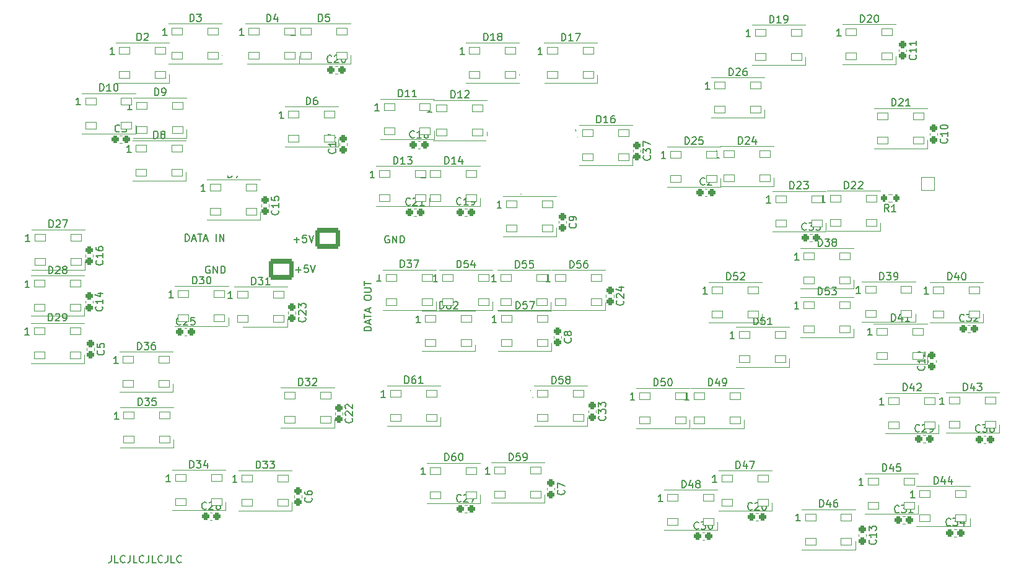
<source format=gbr>
%TF.GenerationSoftware,KiCad,Pcbnew,(6.0.9)*%
%TF.CreationDate,2023-04-01T15:24:10-08:00*%
%TF.ProjectId,SIM CONTROL PANEL,53494d20-434f-44e5-9452-4f4c2050414e,3*%
%TF.SameCoordinates,Original*%
%TF.FileFunction,Legend,Top*%
%TF.FilePolarity,Positive*%
%FSLAX46Y46*%
G04 Gerber Fmt 4.6, Leading zero omitted, Abs format (unit mm)*
G04 Created by KiCad (PCBNEW (6.0.9)) date 2023-04-01 15:24:10*
%MOMM*%
%LPD*%
G01*
G04 APERTURE LIST*
G04 Aperture macros list*
%AMRoundRect*
0 Rectangle with rounded corners*
0 $1 Rounding radius*
0 $2 $3 $4 $5 $6 $7 $8 $9 X,Y pos of 4 corners*
0 Add a 4 corners polygon primitive as box body*
4,1,4,$2,$3,$4,$5,$6,$7,$8,$9,$2,$3,0*
0 Add four circle primitives for the rounded corners*
1,1,$1+$1,$2,$3*
1,1,$1+$1,$4,$5*
1,1,$1+$1,$6,$7*
1,1,$1+$1,$8,$9*
0 Add four rect primitives between the rounded corners*
20,1,$1+$1,$2,$3,$4,$5,0*
20,1,$1+$1,$4,$5,$6,$7,0*
20,1,$1+$1,$6,$7,$8,$9,0*
20,1,$1+$1,$8,$9,$2,$3,0*%
G04 Aperture macros list end*
%ADD10C,0.150000*%
%ADD11C,0.120000*%
%ADD12C,4.400000*%
%ADD13C,12.800000*%
%ADD14C,3.672000*%
%ADD15RoundRect,0.050000X-0.750000X-0.450000X0.750000X-0.450000X0.750000X0.450000X-0.750000X0.450000X0*%
%ADD16RoundRect,0.250000X0.200000X0.275000X-0.200000X0.275000X-0.200000X-0.275000X0.200000X-0.275000X0*%
%ADD17RoundRect,0.275000X-0.225000X-0.250000X0.225000X-0.250000X0.225000X0.250000X-0.225000X0.250000X0*%
%ADD18RoundRect,0.275000X-0.250000X0.225000X-0.250000X-0.225000X0.250000X-0.225000X0.250000X0.225000X0*%
%ADD19RoundRect,0.275000X0.250000X-0.225000X0.250000X0.225000X-0.250000X0.225000X-0.250000X-0.225000X0*%
%ADD20RoundRect,0.050000X0.900000X-0.900000X0.900000X0.900000X-0.900000X0.900000X-0.900000X-0.900000X0*%
%ADD21C,1.900000*%
%ADD22RoundRect,0.300001X1.399999X-1.099999X1.399999X1.099999X-1.399999X1.099999X-1.399999X-1.099999X0*%
%ADD23O,3.400000X2.800000*%
%ADD24RoundRect,0.300001X-1.399999X1.099999X-1.399999X-1.099999X1.399999X-1.099999X1.399999X1.099999X0*%
G04 APERTURE END LIST*
D10*
X118289285Y-87871428D02*
X119051190Y-87871428D01*
X118670238Y-88252380D02*
X118670238Y-87490476D01*
X120003571Y-87252380D02*
X119527380Y-87252380D01*
X119479761Y-87728571D01*
X119527380Y-87680952D01*
X119622619Y-87633333D01*
X119860714Y-87633333D01*
X119955952Y-87680952D01*
X120003571Y-87728571D01*
X120051190Y-87823809D01*
X120051190Y-88061904D01*
X120003571Y-88157142D01*
X119955952Y-88204761D01*
X119860714Y-88252380D01*
X119622619Y-88252380D01*
X119527380Y-88204761D01*
X119479761Y-88157142D01*
X120336904Y-87252380D02*
X120670238Y-88252380D01*
X121003571Y-87252380D01*
X118064285Y-83771428D02*
X118826190Y-83771428D01*
X118445238Y-84152380D02*
X118445238Y-83390476D01*
X119778571Y-83152380D02*
X119302380Y-83152380D01*
X119254761Y-83628571D01*
X119302380Y-83580952D01*
X119397619Y-83533333D01*
X119635714Y-83533333D01*
X119730952Y-83580952D01*
X119778571Y-83628571D01*
X119826190Y-83723809D01*
X119826190Y-83961904D01*
X119778571Y-84057142D01*
X119730952Y-84104761D01*
X119635714Y-84152380D01*
X119397619Y-84152380D01*
X119302380Y-84104761D01*
X119254761Y-84057142D01*
X120111904Y-83152380D02*
X120445238Y-84152380D01*
X120778571Y-83152380D01*
X103207142Y-84002380D02*
X103207142Y-83002380D01*
X103445238Y-83002380D01*
X103588095Y-83050000D01*
X103683333Y-83145238D01*
X103730952Y-83240476D01*
X103778571Y-83430952D01*
X103778571Y-83573809D01*
X103730952Y-83764285D01*
X103683333Y-83859523D01*
X103588095Y-83954761D01*
X103445238Y-84002380D01*
X103207142Y-84002380D01*
X104159523Y-83716666D02*
X104635714Y-83716666D01*
X104064285Y-84002380D02*
X104397619Y-83002380D01*
X104730952Y-84002380D01*
X104921428Y-83002380D02*
X105492857Y-83002380D01*
X105207142Y-84002380D02*
X105207142Y-83002380D01*
X105778571Y-83716666D02*
X106254761Y-83716666D01*
X105683333Y-84002380D02*
X106016666Y-83002380D01*
X106350000Y-84002380D01*
X107445238Y-84002380D02*
X107445238Y-83002380D01*
X107921428Y-84002380D02*
X107921428Y-83002380D01*
X108492857Y-84002380D01*
X108492857Y-83002380D01*
X93105952Y-126952380D02*
X93105952Y-127666666D01*
X93058333Y-127809523D01*
X92963095Y-127904761D01*
X92820238Y-127952380D01*
X92725000Y-127952380D01*
X94058333Y-127952380D02*
X93582142Y-127952380D01*
X93582142Y-126952380D01*
X94963095Y-127857142D02*
X94915476Y-127904761D01*
X94772619Y-127952380D01*
X94677380Y-127952380D01*
X94534523Y-127904761D01*
X94439285Y-127809523D01*
X94391666Y-127714285D01*
X94344047Y-127523809D01*
X94344047Y-127380952D01*
X94391666Y-127190476D01*
X94439285Y-127095238D01*
X94534523Y-127000000D01*
X94677380Y-126952380D01*
X94772619Y-126952380D01*
X94915476Y-127000000D01*
X94963095Y-127047619D01*
X95677380Y-126952380D02*
X95677380Y-127666666D01*
X95629761Y-127809523D01*
X95534523Y-127904761D01*
X95391666Y-127952380D01*
X95296428Y-127952380D01*
X96629761Y-127952380D02*
X96153571Y-127952380D01*
X96153571Y-126952380D01*
X97534523Y-127857142D02*
X97486904Y-127904761D01*
X97344047Y-127952380D01*
X97248809Y-127952380D01*
X97105952Y-127904761D01*
X97010714Y-127809523D01*
X96963095Y-127714285D01*
X96915476Y-127523809D01*
X96915476Y-127380952D01*
X96963095Y-127190476D01*
X97010714Y-127095238D01*
X97105952Y-127000000D01*
X97248809Y-126952380D01*
X97344047Y-126952380D01*
X97486904Y-127000000D01*
X97534523Y-127047619D01*
X98248809Y-126952380D02*
X98248809Y-127666666D01*
X98201190Y-127809523D01*
X98105952Y-127904761D01*
X97963095Y-127952380D01*
X97867857Y-127952380D01*
X99201190Y-127952380D02*
X98725000Y-127952380D01*
X98725000Y-126952380D01*
X100105952Y-127857142D02*
X100058333Y-127904761D01*
X99915476Y-127952380D01*
X99820238Y-127952380D01*
X99677380Y-127904761D01*
X99582142Y-127809523D01*
X99534523Y-127714285D01*
X99486904Y-127523809D01*
X99486904Y-127380952D01*
X99534523Y-127190476D01*
X99582142Y-127095238D01*
X99677380Y-127000000D01*
X99820238Y-126952380D01*
X99915476Y-126952380D01*
X100058333Y-127000000D01*
X100105952Y-127047619D01*
X100820238Y-126952380D02*
X100820238Y-127666666D01*
X100772619Y-127809523D01*
X100677380Y-127904761D01*
X100534523Y-127952380D01*
X100439285Y-127952380D01*
X101772619Y-127952380D02*
X101296428Y-127952380D01*
X101296428Y-126952380D01*
X102677380Y-127857142D02*
X102629761Y-127904761D01*
X102486904Y-127952380D01*
X102391666Y-127952380D01*
X102248809Y-127904761D01*
X102153571Y-127809523D01*
X102105952Y-127714285D01*
X102058333Y-127523809D01*
X102058333Y-127380952D01*
X102105952Y-127190476D01*
X102153571Y-127095238D01*
X102248809Y-127000000D01*
X102391666Y-126952380D01*
X102486904Y-126952380D01*
X102629761Y-127000000D01*
X102677380Y-127047619D01*
X106563095Y-87425000D02*
X106467857Y-87377380D01*
X106325000Y-87377380D01*
X106182142Y-87425000D01*
X106086904Y-87520238D01*
X106039285Y-87615476D01*
X105991666Y-87805952D01*
X105991666Y-87948809D01*
X106039285Y-88139285D01*
X106086904Y-88234523D01*
X106182142Y-88329761D01*
X106325000Y-88377380D01*
X106420238Y-88377380D01*
X106563095Y-88329761D01*
X106610714Y-88282142D01*
X106610714Y-87948809D01*
X106420238Y-87948809D01*
X107039285Y-88377380D02*
X107039285Y-87377380D01*
X107610714Y-88377380D01*
X107610714Y-87377380D01*
X108086904Y-88377380D02*
X108086904Y-87377380D01*
X108325000Y-87377380D01*
X108467857Y-87425000D01*
X108563095Y-87520238D01*
X108610714Y-87615476D01*
X108658333Y-87805952D01*
X108658333Y-87948809D01*
X108610714Y-88139285D01*
X108563095Y-88234523D01*
X108467857Y-88329761D01*
X108325000Y-88377380D01*
X108086904Y-88377380D01*
X131063095Y-83275000D02*
X130967857Y-83227380D01*
X130825000Y-83227380D01*
X130682142Y-83275000D01*
X130586904Y-83370238D01*
X130539285Y-83465476D01*
X130491666Y-83655952D01*
X130491666Y-83798809D01*
X130539285Y-83989285D01*
X130586904Y-84084523D01*
X130682142Y-84179761D01*
X130825000Y-84227380D01*
X130920238Y-84227380D01*
X131063095Y-84179761D01*
X131110714Y-84132142D01*
X131110714Y-83798809D01*
X130920238Y-83798809D01*
X131539285Y-84227380D02*
X131539285Y-83227380D01*
X132110714Y-84227380D01*
X132110714Y-83227380D01*
X132586904Y-84227380D02*
X132586904Y-83227380D01*
X132825000Y-83227380D01*
X132967857Y-83275000D01*
X133063095Y-83370238D01*
X133110714Y-83465476D01*
X133158333Y-83655952D01*
X133158333Y-83798809D01*
X133110714Y-83989285D01*
X133063095Y-84084523D01*
X132967857Y-84179761D01*
X132825000Y-84227380D01*
X132586904Y-84227380D01*
X128652380Y-96234523D02*
X127652380Y-96234523D01*
X127652380Y-95996428D01*
X127700000Y-95853571D01*
X127795238Y-95758333D01*
X127890476Y-95710714D01*
X128080952Y-95663095D01*
X128223809Y-95663095D01*
X128414285Y-95710714D01*
X128509523Y-95758333D01*
X128604761Y-95853571D01*
X128652380Y-95996428D01*
X128652380Y-96234523D01*
X128366666Y-95282142D02*
X128366666Y-94805952D01*
X128652380Y-95377380D02*
X127652380Y-95044047D01*
X128652380Y-94710714D01*
X127652380Y-94520238D02*
X127652380Y-93948809D01*
X128652380Y-94234523D02*
X127652380Y-94234523D01*
X128366666Y-93663095D02*
X128366666Y-93186904D01*
X128652380Y-93758333D02*
X127652380Y-93425000D01*
X128652380Y-93091666D01*
X127652380Y-91805952D02*
X127652380Y-91615476D01*
X127700000Y-91520238D01*
X127795238Y-91425000D01*
X127985714Y-91377380D01*
X128319047Y-91377380D01*
X128509523Y-91425000D01*
X128604761Y-91520238D01*
X128652380Y-91615476D01*
X128652380Y-91805952D01*
X128604761Y-91901190D01*
X128509523Y-91996428D01*
X128319047Y-92044047D01*
X127985714Y-92044047D01*
X127795238Y-91996428D01*
X127700000Y-91901190D01*
X127652380Y-91805952D01*
X127652380Y-90948809D02*
X128461904Y-90948809D01*
X128557142Y-90901190D01*
X128604761Y-90853571D01*
X128652380Y-90758333D01*
X128652380Y-90567857D01*
X128604761Y-90472619D01*
X128557142Y-90425000D01*
X128461904Y-90377380D01*
X127652380Y-90377380D01*
X127652380Y-90044047D02*
X127652380Y-89472619D01*
X128652380Y-89758333D02*
X127652380Y-89758333D01*
%TO.C,D2*%
X96645504Y-56540780D02*
X96645504Y-55540780D01*
X96883600Y-55540780D01*
X97026457Y-55588400D01*
X97121695Y-55683638D01*
X97169314Y-55778876D01*
X97216933Y-55969352D01*
X97216933Y-56112209D01*
X97169314Y-56302685D01*
X97121695Y-56397923D01*
X97026457Y-56493161D01*
X96883600Y-56540780D01*
X96645504Y-56540780D01*
X97597885Y-55636019D02*
X97645504Y-55588400D01*
X97740742Y-55540780D01*
X97978838Y-55540780D01*
X98074076Y-55588400D01*
X98121695Y-55636019D01*
X98169314Y-55731257D01*
X98169314Y-55826495D01*
X98121695Y-55969352D01*
X97550266Y-56540780D01*
X98169314Y-56540780D01*
X93519314Y-58440780D02*
X92947885Y-58440780D01*
X93233600Y-58440780D02*
X93233600Y-57440780D01*
X93138361Y-57583638D01*
X93043123Y-57678876D01*
X92947885Y-57726495D01*
%TO.C,D3*%
X103858904Y-53924580D02*
X103858904Y-52924580D01*
X104097000Y-52924580D01*
X104239857Y-52972200D01*
X104335095Y-53067438D01*
X104382714Y-53162676D01*
X104430333Y-53353152D01*
X104430333Y-53496009D01*
X104382714Y-53686485D01*
X104335095Y-53781723D01*
X104239857Y-53876961D01*
X104097000Y-53924580D01*
X103858904Y-53924580D01*
X104763666Y-52924580D02*
X105382714Y-52924580D01*
X105049380Y-53305533D01*
X105192238Y-53305533D01*
X105287476Y-53353152D01*
X105335095Y-53400771D01*
X105382714Y-53496009D01*
X105382714Y-53734104D01*
X105335095Y-53829342D01*
X105287476Y-53876961D01*
X105192238Y-53924580D01*
X104906523Y-53924580D01*
X104811285Y-53876961D01*
X104763666Y-53829342D01*
X100732714Y-55824580D02*
X100161285Y-55824580D01*
X100447000Y-55824580D02*
X100447000Y-54824580D01*
X100351761Y-54967438D01*
X100256523Y-55062676D01*
X100161285Y-55110295D01*
%TO.C,D4*%
X114360904Y-53950180D02*
X114360904Y-52950180D01*
X114599000Y-52950180D01*
X114741857Y-52997800D01*
X114837095Y-53093038D01*
X114884714Y-53188276D01*
X114932333Y-53378752D01*
X114932333Y-53521609D01*
X114884714Y-53712085D01*
X114837095Y-53807323D01*
X114741857Y-53902561D01*
X114599000Y-53950180D01*
X114360904Y-53950180D01*
X115789476Y-53283514D02*
X115789476Y-53950180D01*
X115551380Y-52902561D02*
X115313285Y-53616847D01*
X115932333Y-53616847D01*
X111234714Y-55850180D02*
X110663285Y-55850180D01*
X110949000Y-55850180D02*
X110949000Y-54850180D01*
X110853761Y-54993038D01*
X110758523Y-55088276D01*
X110663285Y-55135895D01*
%TO.C,D5*%
X121421904Y-53924780D02*
X121421904Y-52924780D01*
X121660000Y-52924780D01*
X121802857Y-52972400D01*
X121898095Y-53067638D01*
X121945714Y-53162876D01*
X121993333Y-53353352D01*
X121993333Y-53496209D01*
X121945714Y-53686685D01*
X121898095Y-53781923D01*
X121802857Y-53877161D01*
X121660000Y-53924780D01*
X121421904Y-53924780D01*
X122898095Y-52924780D02*
X122421904Y-52924780D01*
X122374285Y-53400971D01*
X122421904Y-53353352D01*
X122517142Y-53305733D01*
X122755238Y-53305733D01*
X122850476Y-53353352D01*
X122898095Y-53400971D01*
X122945714Y-53496209D01*
X122945714Y-53734304D01*
X122898095Y-53829542D01*
X122850476Y-53877161D01*
X122755238Y-53924780D01*
X122517142Y-53924780D01*
X122421904Y-53877161D01*
X122374285Y-53829542D01*
X118295714Y-55824780D02*
X117724285Y-55824780D01*
X118010000Y-55824780D02*
X118010000Y-54824780D01*
X117914761Y-54967638D01*
X117819523Y-55062876D01*
X117724285Y-55110495D01*
%TO.C,D6*%
X119772904Y-65303580D02*
X119772904Y-64303580D01*
X120011000Y-64303580D01*
X120153857Y-64351200D01*
X120249095Y-64446438D01*
X120296714Y-64541676D01*
X120344333Y-64732152D01*
X120344333Y-64875009D01*
X120296714Y-65065485D01*
X120249095Y-65160723D01*
X120153857Y-65255961D01*
X120011000Y-65303580D01*
X119772904Y-65303580D01*
X121201476Y-64303580D02*
X121011000Y-64303580D01*
X120915761Y-64351200D01*
X120868142Y-64398819D01*
X120772904Y-64541676D01*
X120725285Y-64732152D01*
X120725285Y-65113104D01*
X120772904Y-65208342D01*
X120820523Y-65255961D01*
X120915761Y-65303580D01*
X121106238Y-65303580D01*
X121201476Y-65255961D01*
X121249095Y-65208342D01*
X121296714Y-65113104D01*
X121296714Y-64875009D01*
X121249095Y-64779771D01*
X121201476Y-64732152D01*
X121106238Y-64684533D01*
X120915761Y-64684533D01*
X120820523Y-64732152D01*
X120772904Y-64779771D01*
X120725285Y-64875009D01*
X116646714Y-67203580D02*
X116075285Y-67203580D01*
X116361000Y-67203580D02*
X116361000Y-66203580D01*
X116265761Y-66346438D01*
X116170523Y-66441676D01*
X116075285Y-66489295D01*
%TO.C,D7*%
X109079904Y-75285780D02*
X109079904Y-74285780D01*
X109318000Y-74285780D01*
X109460857Y-74333400D01*
X109556095Y-74428638D01*
X109603714Y-74523876D01*
X109651333Y-74714352D01*
X109651333Y-74857209D01*
X109603714Y-75047685D01*
X109556095Y-75142923D01*
X109460857Y-75238161D01*
X109318000Y-75285780D01*
X109079904Y-75285780D01*
X109984666Y-74285780D02*
X110651333Y-74285780D01*
X110222761Y-75285780D01*
X105953714Y-77185780D02*
X105382285Y-77185780D01*
X105668000Y-77185780D02*
X105668000Y-76185780D01*
X105572761Y-76328638D01*
X105477523Y-76423876D01*
X105382285Y-76471495D01*
%TO.C,D8*%
X98931504Y-69926580D02*
X98931504Y-68926580D01*
X99169600Y-68926580D01*
X99312457Y-68974200D01*
X99407695Y-69069438D01*
X99455314Y-69164676D01*
X99502933Y-69355152D01*
X99502933Y-69498009D01*
X99455314Y-69688485D01*
X99407695Y-69783723D01*
X99312457Y-69878961D01*
X99169600Y-69926580D01*
X98931504Y-69926580D01*
X100074361Y-69355152D02*
X99979123Y-69307533D01*
X99931504Y-69259914D01*
X99883885Y-69164676D01*
X99883885Y-69117057D01*
X99931504Y-69021819D01*
X99979123Y-68974200D01*
X100074361Y-68926580D01*
X100264838Y-68926580D01*
X100360076Y-68974200D01*
X100407695Y-69021819D01*
X100455314Y-69117057D01*
X100455314Y-69164676D01*
X100407695Y-69259914D01*
X100360076Y-69307533D01*
X100264838Y-69355152D01*
X100074361Y-69355152D01*
X99979123Y-69402771D01*
X99931504Y-69450390D01*
X99883885Y-69545628D01*
X99883885Y-69736104D01*
X99931504Y-69831342D01*
X99979123Y-69878961D01*
X100074361Y-69926580D01*
X100264838Y-69926580D01*
X100360076Y-69878961D01*
X100407695Y-69831342D01*
X100455314Y-69736104D01*
X100455314Y-69545628D01*
X100407695Y-69450390D01*
X100360076Y-69402771D01*
X100264838Y-69355152D01*
X95805314Y-71826580D02*
X95233885Y-71826580D01*
X95519600Y-71826580D02*
X95519600Y-70826580D01*
X95424361Y-70969438D01*
X95329123Y-71064676D01*
X95233885Y-71112295D01*
%TO.C,D9*%
X99021504Y-64058980D02*
X99021504Y-63058980D01*
X99259600Y-63058980D01*
X99402457Y-63106600D01*
X99497695Y-63201838D01*
X99545314Y-63297076D01*
X99592933Y-63487552D01*
X99592933Y-63630409D01*
X99545314Y-63820885D01*
X99497695Y-63916123D01*
X99402457Y-64011361D01*
X99259600Y-64058980D01*
X99021504Y-64058980D01*
X100069123Y-64058980D02*
X100259600Y-64058980D01*
X100354838Y-64011361D01*
X100402457Y-63963742D01*
X100497695Y-63820885D01*
X100545314Y-63630409D01*
X100545314Y-63249457D01*
X100497695Y-63154219D01*
X100450076Y-63106600D01*
X100354838Y-63058980D01*
X100164361Y-63058980D01*
X100069123Y-63106600D01*
X100021504Y-63154219D01*
X99973885Y-63249457D01*
X99973885Y-63487552D01*
X100021504Y-63582790D01*
X100069123Y-63630409D01*
X100164361Y-63678028D01*
X100354838Y-63678028D01*
X100450076Y-63630409D01*
X100497695Y-63582790D01*
X100545314Y-63487552D01*
X95895314Y-65958980D02*
X95323885Y-65958980D01*
X95609600Y-65958980D02*
X95609600Y-64958980D01*
X95514361Y-65101838D01*
X95419123Y-65197076D01*
X95323885Y-65244695D01*
%TO.C,D10*%
X91534914Y-63449380D02*
X91534914Y-62449380D01*
X91773009Y-62449380D01*
X91915866Y-62497000D01*
X92011104Y-62592238D01*
X92058723Y-62687476D01*
X92106342Y-62877952D01*
X92106342Y-63020809D01*
X92058723Y-63211285D01*
X92011104Y-63306523D01*
X91915866Y-63401761D01*
X91773009Y-63449380D01*
X91534914Y-63449380D01*
X93058723Y-63449380D02*
X92487295Y-63449380D01*
X92773009Y-63449380D02*
X92773009Y-62449380D01*
X92677771Y-62592238D01*
X92582533Y-62687476D01*
X92487295Y-62735095D01*
X93677771Y-62449380D02*
X93773009Y-62449380D01*
X93868247Y-62497000D01*
X93915866Y-62544619D01*
X93963485Y-62639857D01*
X94011104Y-62830333D01*
X94011104Y-63068428D01*
X93963485Y-63258904D01*
X93915866Y-63354142D01*
X93868247Y-63401761D01*
X93773009Y-63449380D01*
X93677771Y-63449380D01*
X93582533Y-63401761D01*
X93534914Y-63354142D01*
X93487295Y-63258904D01*
X93439676Y-63068428D01*
X93439676Y-62830333D01*
X93487295Y-62639857D01*
X93534914Y-62544619D01*
X93582533Y-62497000D01*
X93677771Y-62449380D01*
X88884914Y-65349380D02*
X88313485Y-65349380D01*
X88599200Y-65349380D02*
X88599200Y-64349380D01*
X88503961Y-64492238D01*
X88408723Y-64587476D01*
X88313485Y-64635095D01*
%TO.C,D11*%
X132352714Y-64236780D02*
X132352714Y-63236780D01*
X132590809Y-63236780D01*
X132733666Y-63284400D01*
X132828904Y-63379638D01*
X132876523Y-63474876D01*
X132924142Y-63665352D01*
X132924142Y-63808209D01*
X132876523Y-63998685D01*
X132828904Y-64093923D01*
X132733666Y-64189161D01*
X132590809Y-64236780D01*
X132352714Y-64236780D01*
X133876523Y-64236780D02*
X133305095Y-64236780D01*
X133590809Y-64236780D02*
X133590809Y-63236780D01*
X133495571Y-63379638D01*
X133400333Y-63474876D01*
X133305095Y-63522495D01*
X134828904Y-64236780D02*
X134257476Y-64236780D01*
X134543190Y-64236780D02*
X134543190Y-63236780D01*
X134447952Y-63379638D01*
X134352714Y-63474876D01*
X134257476Y-63522495D01*
X129702714Y-66136780D02*
X129131285Y-66136780D01*
X129417000Y-66136780D02*
X129417000Y-65136780D01*
X129321761Y-65279638D01*
X129226523Y-65374876D01*
X129131285Y-65422495D01*
%TO.C,D12*%
X139540714Y-64389180D02*
X139540714Y-63389180D01*
X139778809Y-63389180D01*
X139921666Y-63436800D01*
X140016904Y-63532038D01*
X140064523Y-63627276D01*
X140112142Y-63817752D01*
X140112142Y-63960609D01*
X140064523Y-64151085D01*
X140016904Y-64246323D01*
X139921666Y-64341561D01*
X139778809Y-64389180D01*
X139540714Y-64389180D01*
X141064523Y-64389180D02*
X140493095Y-64389180D01*
X140778809Y-64389180D02*
X140778809Y-63389180D01*
X140683571Y-63532038D01*
X140588333Y-63627276D01*
X140493095Y-63674895D01*
X141445476Y-63484419D02*
X141493095Y-63436800D01*
X141588333Y-63389180D01*
X141826428Y-63389180D01*
X141921666Y-63436800D01*
X141969285Y-63484419D01*
X142016904Y-63579657D01*
X142016904Y-63674895D01*
X141969285Y-63817752D01*
X141397857Y-64389180D01*
X142016904Y-64389180D01*
X136890714Y-66289180D02*
X136319285Y-66289180D01*
X136605000Y-66289180D02*
X136605000Y-65289180D01*
X136509761Y-65432038D01*
X136414523Y-65527276D01*
X136319285Y-65574895D01*
%TO.C,D13*%
X131717714Y-73431580D02*
X131717714Y-72431580D01*
X131955809Y-72431580D01*
X132098666Y-72479200D01*
X132193904Y-72574438D01*
X132241523Y-72669676D01*
X132289142Y-72860152D01*
X132289142Y-73003009D01*
X132241523Y-73193485D01*
X132193904Y-73288723D01*
X132098666Y-73383961D01*
X131955809Y-73431580D01*
X131717714Y-73431580D01*
X133241523Y-73431580D02*
X132670095Y-73431580D01*
X132955809Y-73431580D02*
X132955809Y-72431580D01*
X132860571Y-72574438D01*
X132765333Y-72669676D01*
X132670095Y-72717295D01*
X133574857Y-72431580D02*
X134193904Y-72431580D01*
X133860571Y-72812533D01*
X134003428Y-72812533D01*
X134098666Y-72860152D01*
X134146285Y-72907771D01*
X134193904Y-73003009D01*
X134193904Y-73241104D01*
X134146285Y-73336342D01*
X134098666Y-73383961D01*
X134003428Y-73431580D01*
X133717714Y-73431580D01*
X133622476Y-73383961D01*
X133574857Y-73336342D01*
X129067714Y-75331580D02*
X128496285Y-75331580D01*
X128782000Y-75331580D02*
X128782000Y-74331580D01*
X128686761Y-74474438D01*
X128591523Y-74569676D01*
X128496285Y-74617295D01*
%TO.C,D14*%
X138677714Y-73406180D02*
X138677714Y-72406180D01*
X138915809Y-72406180D01*
X139058666Y-72453800D01*
X139153904Y-72549038D01*
X139201523Y-72644276D01*
X139249142Y-72834752D01*
X139249142Y-72977609D01*
X139201523Y-73168085D01*
X139153904Y-73263323D01*
X139058666Y-73358561D01*
X138915809Y-73406180D01*
X138677714Y-73406180D01*
X140201523Y-73406180D02*
X139630095Y-73406180D01*
X139915809Y-73406180D02*
X139915809Y-72406180D01*
X139820571Y-72549038D01*
X139725333Y-72644276D01*
X139630095Y-72691895D01*
X141058666Y-72739514D02*
X141058666Y-73406180D01*
X140820571Y-72358561D02*
X140582476Y-73072847D01*
X141201523Y-73072847D01*
X136027714Y-75306180D02*
X135456285Y-75306180D01*
X135742000Y-75306180D02*
X135742000Y-74306180D01*
X135646761Y-74449038D01*
X135551523Y-74544276D01*
X135456285Y-74591895D01*
%TO.C,D15*%
X149065714Y-77520980D02*
X149065714Y-76520980D01*
X149303809Y-76520980D01*
X149446666Y-76568600D01*
X149541904Y-76663838D01*
X149589523Y-76759076D01*
X149637142Y-76949552D01*
X149637142Y-77092409D01*
X149589523Y-77282885D01*
X149541904Y-77378123D01*
X149446666Y-77473361D01*
X149303809Y-77520980D01*
X149065714Y-77520980D01*
X150589523Y-77520980D02*
X150018095Y-77520980D01*
X150303809Y-77520980D02*
X150303809Y-76520980D01*
X150208571Y-76663838D01*
X150113333Y-76759076D01*
X150018095Y-76806695D01*
X151494285Y-76520980D02*
X151018095Y-76520980D01*
X150970476Y-76997171D01*
X151018095Y-76949552D01*
X151113333Y-76901933D01*
X151351428Y-76901933D01*
X151446666Y-76949552D01*
X151494285Y-76997171D01*
X151541904Y-77092409D01*
X151541904Y-77330504D01*
X151494285Y-77425742D01*
X151446666Y-77473361D01*
X151351428Y-77520980D01*
X151113333Y-77520980D01*
X151018095Y-77473361D01*
X150970476Y-77425742D01*
X146415714Y-79420980D02*
X145844285Y-79420980D01*
X146130000Y-79420980D02*
X146130000Y-78420980D01*
X146034761Y-78563838D01*
X145939523Y-78659076D01*
X145844285Y-78706695D01*
%TO.C,D16*%
X159465714Y-67792980D02*
X159465714Y-66792980D01*
X159703809Y-66792980D01*
X159846666Y-66840600D01*
X159941904Y-66935838D01*
X159989523Y-67031076D01*
X160037142Y-67221552D01*
X160037142Y-67364409D01*
X159989523Y-67554885D01*
X159941904Y-67650123D01*
X159846666Y-67745361D01*
X159703809Y-67792980D01*
X159465714Y-67792980D01*
X160989523Y-67792980D02*
X160418095Y-67792980D01*
X160703809Y-67792980D02*
X160703809Y-66792980D01*
X160608571Y-66935838D01*
X160513333Y-67031076D01*
X160418095Y-67078695D01*
X161846666Y-66792980D02*
X161656190Y-66792980D01*
X161560952Y-66840600D01*
X161513333Y-66888219D01*
X161418095Y-67031076D01*
X161370476Y-67221552D01*
X161370476Y-67602504D01*
X161418095Y-67697742D01*
X161465714Y-67745361D01*
X161560952Y-67792980D01*
X161751428Y-67792980D01*
X161846666Y-67745361D01*
X161894285Y-67697742D01*
X161941904Y-67602504D01*
X161941904Y-67364409D01*
X161894285Y-67269171D01*
X161846666Y-67221552D01*
X161751428Y-67173933D01*
X161560952Y-67173933D01*
X161465714Y-67221552D01*
X161418095Y-67269171D01*
X161370476Y-67364409D01*
X156815714Y-69692980D02*
X156244285Y-69692980D01*
X156530000Y-69692980D02*
X156530000Y-68692980D01*
X156434761Y-68835838D01*
X156339523Y-68931076D01*
X156244285Y-68978695D01*
%TO.C,D17*%
X154665714Y-56566180D02*
X154665714Y-55566180D01*
X154903809Y-55566180D01*
X155046666Y-55613800D01*
X155141904Y-55709038D01*
X155189523Y-55804276D01*
X155237142Y-55994752D01*
X155237142Y-56137609D01*
X155189523Y-56328085D01*
X155141904Y-56423323D01*
X155046666Y-56518561D01*
X154903809Y-56566180D01*
X154665714Y-56566180D01*
X156189523Y-56566180D02*
X155618095Y-56566180D01*
X155903809Y-56566180D02*
X155903809Y-55566180D01*
X155808571Y-55709038D01*
X155713333Y-55804276D01*
X155618095Y-55851895D01*
X156522857Y-55566180D02*
X157189523Y-55566180D01*
X156760952Y-56566180D01*
X152015714Y-58466180D02*
X151444285Y-58466180D01*
X151730000Y-58466180D02*
X151730000Y-57466180D01*
X151634761Y-57609038D01*
X151539523Y-57704276D01*
X151444285Y-57751895D01*
%TO.C,D18*%
X144011714Y-56540580D02*
X144011714Y-55540580D01*
X144249809Y-55540580D01*
X144392666Y-55588200D01*
X144487904Y-55683438D01*
X144535523Y-55778676D01*
X144583142Y-55969152D01*
X144583142Y-56112009D01*
X144535523Y-56302485D01*
X144487904Y-56397723D01*
X144392666Y-56492961D01*
X144249809Y-56540580D01*
X144011714Y-56540580D01*
X145535523Y-56540580D02*
X144964095Y-56540580D01*
X145249809Y-56540580D02*
X145249809Y-55540580D01*
X145154571Y-55683438D01*
X145059333Y-55778676D01*
X144964095Y-55826295D01*
X146106952Y-55969152D02*
X146011714Y-55921533D01*
X145964095Y-55873914D01*
X145916476Y-55778676D01*
X145916476Y-55731057D01*
X145964095Y-55635819D01*
X146011714Y-55588200D01*
X146106952Y-55540580D01*
X146297428Y-55540580D01*
X146392666Y-55588200D01*
X146440285Y-55635819D01*
X146487904Y-55731057D01*
X146487904Y-55778676D01*
X146440285Y-55873914D01*
X146392666Y-55921533D01*
X146297428Y-55969152D01*
X146106952Y-55969152D01*
X146011714Y-56016771D01*
X145964095Y-56064390D01*
X145916476Y-56159628D01*
X145916476Y-56350104D01*
X145964095Y-56445342D01*
X146011714Y-56492961D01*
X146106952Y-56540580D01*
X146297428Y-56540580D01*
X146392666Y-56492961D01*
X146440285Y-56445342D01*
X146487904Y-56350104D01*
X146487904Y-56159628D01*
X146440285Y-56064390D01*
X146392666Y-56016771D01*
X146297428Y-55969152D01*
X141361714Y-58440580D02*
X140790285Y-58440580D01*
X141076000Y-58440580D02*
X141076000Y-57440580D01*
X140980761Y-57583438D01*
X140885523Y-57678676D01*
X140790285Y-57726295D01*
%TO.C,D19*%
X183099714Y-54102180D02*
X183099714Y-53102180D01*
X183337809Y-53102180D01*
X183480666Y-53149800D01*
X183575904Y-53245038D01*
X183623523Y-53340276D01*
X183671142Y-53530752D01*
X183671142Y-53673609D01*
X183623523Y-53864085D01*
X183575904Y-53959323D01*
X183480666Y-54054561D01*
X183337809Y-54102180D01*
X183099714Y-54102180D01*
X184623523Y-54102180D02*
X184052095Y-54102180D01*
X184337809Y-54102180D02*
X184337809Y-53102180D01*
X184242571Y-53245038D01*
X184147333Y-53340276D01*
X184052095Y-53387895D01*
X185099714Y-54102180D02*
X185290190Y-54102180D01*
X185385428Y-54054561D01*
X185433047Y-54006942D01*
X185528285Y-53864085D01*
X185575904Y-53673609D01*
X185575904Y-53292657D01*
X185528285Y-53197419D01*
X185480666Y-53149800D01*
X185385428Y-53102180D01*
X185194952Y-53102180D01*
X185099714Y-53149800D01*
X185052095Y-53197419D01*
X185004476Y-53292657D01*
X185004476Y-53530752D01*
X185052095Y-53625990D01*
X185099714Y-53673609D01*
X185194952Y-53721228D01*
X185385428Y-53721228D01*
X185480666Y-53673609D01*
X185528285Y-53625990D01*
X185575904Y-53530752D01*
X180449714Y-56002180D02*
X179878285Y-56002180D01*
X180164000Y-56002180D02*
X180164000Y-55002180D01*
X180068761Y-55145038D01*
X179973523Y-55240276D01*
X179878285Y-55287895D01*
%TO.C,D20*%
X195483714Y-54026180D02*
X195483714Y-53026180D01*
X195721809Y-53026180D01*
X195864666Y-53073800D01*
X195959904Y-53169038D01*
X196007523Y-53264276D01*
X196055142Y-53454752D01*
X196055142Y-53597609D01*
X196007523Y-53788085D01*
X195959904Y-53883323D01*
X195864666Y-53978561D01*
X195721809Y-54026180D01*
X195483714Y-54026180D01*
X196436095Y-53121419D02*
X196483714Y-53073800D01*
X196578952Y-53026180D01*
X196817047Y-53026180D01*
X196912285Y-53073800D01*
X196959904Y-53121419D01*
X197007523Y-53216657D01*
X197007523Y-53311895D01*
X196959904Y-53454752D01*
X196388476Y-54026180D01*
X197007523Y-54026180D01*
X197626571Y-53026180D02*
X197721809Y-53026180D01*
X197817047Y-53073800D01*
X197864666Y-53121419D01*
X197912285Y-53216657D01*
X197959904Y-53407133D01*
X197959904Y-53645228D01*
X197912285Y-53835704D01*
X197864666Y-53930942D01*
X197817047Y-53978561D01*
X197721809Y-54026180D01*
X197626571Y-54026180D01*
X197531333Y-53978561D01*
X197483714Y-53930942D01*
X197436095Y-53835704D01*
X197388476Y-53645228D01*
X197388476Y-53407133D01*
X197436095Y-53216657D01*
X197483714Y-53121419D01*
X197531333Y-53073800D01*
X197626571Y-53026180D01*
X192833714Y-55926180D02*
X192262285Y-55926180D01*
X192548000Y-55926180D02*
X192548000Y-54926180D01*
X192452761Y-55069038D01*
X192357523Y-55164276D01*
X192262285Y-55211895D01*
%TO.C,D21*%
X199789714Y-65481380D02*
X199789714Y-64481380D01*
X200027809Y-64481380D01*
X200170666Y-64529000D01*
X200265904Y-64624238D01*
X200313523Y-64719476D01*
X200361142Y-64909952D01*
X200361142Y-65052809D01*
X200313523Y-65243285D01*
X200265904Y-65338523D01*
X200170666Y-65433761D01*
X200027809Y-65481380D01*
X199789714Y-65481380D01*
X200742095Y-64576619D02*
X200789714Y-64529000D01*
X200884952Y-64481380D01*
X201123047Y-64481380D01*
X201218285Y-64529000D01*
X201265904Y-64576619D01*
X201313523Y-64671857D01*
X201313523Y-64767095D01*
X201265904Y-64909952D01*
X200694476Y-65481380D01*
X201313523Y-65481380D01*
X202265904Y-65481380D02*
X201694476Y-65481380D01*
X201980190Y-65481380D02*
X201980190Y-64481380D01*
X201884952Y-64624238D01*
X201789714Y-64719476D01*
X201694476Y-64767095D01*
X197139714Y-67381380D02*
X196568285Y-67381380D01*
X196854000Y-67381380D02*
X196854000Y-66381380D01*
X196758761Y-66524238D01*
X196663523Y-66619476D01*
X196568285Y-66667095D01*
%TO.C,D22*%
X193337714Y-76810180D02*
X193337714Y-75810180D01*
X193575809Y-75810180D01*
X193718666Y-75857800D01*
X193813904Y-75953038D01*
X193861523Y-76048276D01*
X193909142Y-76238752D01*
X193909142Y-76381609D01*
X193861523Y-76572085D01*
X193813904Y-76667323D01*
X193718666Y-76762561D01*
X193575809Y-76810180D01*
X193337714Y-76810180D01*
X194290095Y-75905419D02*
X194337714Y-75857800D01*
X194432952Y-75810180D01*
X194671047Y-75810180D01*
X194766285Y-75857800D01*
X194813904Y-75905419D01*
X194861523Y-76000657D01*
X194861523Y-76095895D01*
X194813904Y-76238752D01*
X194242476Y-76810180D01*
X194861523Y-76810180D01*
X195242476Y-75905419D02*
X195290095Y-75857800D01*
X195385333Y-75810180D01*
X195623428Y-75810180D01*
X195718666Y-75857800D01*
X195766285Y-75905419D01*
X195813904Y-76000657D01*
X195813904Y-76095895D01*
X195766285Y-76238752D01*
X195194857Y-76810180D01*
X195813904Y-76810180D01*
X190687714Y-78710180D02*
X190116285Y-78710180D01*
X190402000Y-78710180D02*
X190402000Y-77710180D01*
X190306761Y-77853038D01*
X190211523Y-77948276D01*
X190116285Y-77995895D01*
%TO.C,D23*%
X185870714Y-76835180D02*
X185870714Y-75835180D01*
X186108809Y-75835180D01*
X186251666Y-75882800D01*
X186346904Y-75978038D01*
X186394523Y-76073276D01*
X186442142Y-76263752D01*
X186442142Y-76406609D01*
X186394523Y-76597085D01*
X186346904Y-76692323D01*
X186251666Y-76787561D01*
X186108809Y-76835180D01*
X185870714Y-76835180D01*
X186823095Y-75930419D02*
X186870714Y-75882800D01*
X186965952Y-75835180D01*
X187204047Y-75835180D01*
X187299285Y-75882800D01*
X187346904Y-75930419D01*
X187394523Y-76025657D01*
X187394523Y-76120895D01*
X187346904Y-76263752D01*
X186775476Y-76835180D01*
X187394523Y-76835180D01*
X187727857Y-75835180D02*
X188346904Y-75835180D01*
X188013571Y-76216133D01*
X188156428Y-76216133D01*
X188251666Y-76263752D01*
X188299285Y-76311371D01*
X188346904Y-76406609D01*
X188346904Y-76644704D01*
X188299285Y-76739942D01*
X188251666Y-76787561D01*
X188156428Y-76835180D01*
X187870714Y-76835180D01*
X187775476Y-76787561D01*
X187727857Y-76739942D01*
X183220714Y-78735180D02*
X182649285Y-78735180D01*
X182935000Y-78735180D02*
X182935000Y-77735180D01*
X182839761Y-77878038D01*
X182744523Y-77973276D01*
X182649285Y-78020895D01*
%TO.C,D24*%
X178809714Y-70688380D02*
X178809714Y-69688380D01*
X179047809Y-69688380D01*
X179190666Y-69736000D01*
X179285904Y-69831238D01*
X179333523Y-69926476D01*
X179381142Y-70116952D01*
X179381142Y-70259809D01*
X179333523Y-70450285D01*
X179285904Y-70545523D01*
X179190666Y-70640761D01*
X179047809Y-70688380D01*
X178809714Y-70688380D01*
X179762095Y-69783619D02*
X179809714Y-69736000D01*
X179904952Y-69688380D01*
X180143047Y-69688380D01*
X180238285Y-69736000D01*
X180285904Y-69783619D01*
X180333523Y-69878857D01*
X180333523Y-69974095D01*
X180285904Y-70116952D01*
X179714476Y-70688380D01*
X180333523Y-70688380D01*
X181190666Y-70021714D02*
X181190666Y-70688380D01*
X180952571Y-69640761D02*
X180714476Y-70355047D01*
X181333523Y-70355047D01*
X176159714Y-72588380D02*
X175588285Y-72588380D01*
X175874000Y-72588380D02*
X175874000Y-71588380D01*
X175778761Y-71731238D01*
X175683523Y-71826476D01*
X175588285Y-71874095D01*
%TO.C,D25*%
X171517714Y-70739180D02*
X171517714Y-69739180D01*
X171755809Y-69739180D01*
X171898666Y-69786800D01*
X171993904Y-69882038D01*
X172041523Y-69977276D01*
X172089142Y-70167752D01*
X172089142Y-70310609D01*
X172041523Y-70501085D01*
X171993904Y-70596323D01*
X171898666Y-70691561D01*
X171755809Y-70739180D01*
X171517714Y-70739180D01*
X172470095Y-69834419D02*
X172517714Y-69786800D01*
X172612952Y-69739180D01*
X172851047Y-69739180D01*
X172946285Y-69786800D01*
X172993904Y-69834419D01*
X173041523Y-69929657D01*
X173041523Y-70024895D01*
X172993904Y-70167752D01*
X172422476Y-70739180D01*
X173041523Y-70739180D01*
X173946285Y-69739180D02*
X173470095Y-69739180D01*
X173422476Y-70215371D01*
X173470095Y-70167752D01*
X173565333Y-70120133D01*
X173803428Y-70120133D01*
X173898666Y-70167752D01*
X173946285Y-70215371D01*
X173993904Y-70310609D01*
X173993904Y-70548704D01*
X173946285Y-70643942D01*
X173898666Y-70691561D01*
X173803428Y-70739180D01*
X173565333Y-70739180D01*
X173470095Y-70691561D01*
X173422476Y-70643942D01*
X168867714Y-72639180D02*
X168296285Y-72639180D01*
X168582000Y-72639180D02*
X168582000Y-71639180D01*
X168486761Y-71782038D01*
X168391523Y-71877276D01*
X168296285Y-71924895D01*
%TO.C,D26*%
X177539714Y-61315780D02*
X177539714Y-60315780D01*
X177777809Y-60315780D01*
X177920666Y-60363400D01*
X178015904Y-60458638D01*
X178063523Y-60553876D01*
X178111142Y-60744352D01*
X178111142Y-60887209D01*
X178063523Y-61077685D01*
X178015904Y-61172923D01*
X177920666Y-61268161D01*
X177777809Y-61315780D01*
X177539714Y-61315780D01*
X178492095Y-60411019D02*
X178539714Y-60363400D01*
X178634952Y-60315780D01*
X178873047Y-60315780D01*
X178968285Y-60363400D01*
X179015904Y-60411019D01*
X179063523Y-60506257D01*
X179063523Y-60601495D01*
X179015904Y-60744352D01*
X178444476Y-61315780D01*
X179063523Y-61315780D01*
X179920666Y-60315780D02*
X179730190Y-60315780D01*
X179634952Y-60363400D01*
X179587333Y-60411019D01*
X179492095Y-60553876D01*
X179444476Y-60744352D01*
X179444476Y-61125304D01*
X179492095Y-61220542D01*
X179539714Y-61268161D01*
X179634952Y-61315780D01*
X179825428Y-61315780D01*
X179920666Y-61268161D01*
X179968285Y-61220542D01*
X180015904Y-61125304D01*
X180015904Y-60887209D01*
X179968285Y-60791971D01*
X179920666Y-60744352D01*
X179825428Y-60696733D01*
X179634952Y-60696733D01*
X179539714Y-60744352D01*
X179492095Y-60791971D01*
X179444476Y-60887209D01*
X174889714Y-63215780D02*
X174318285Y-63215780D01*
X174604000Y-63215780D02*
X174604000Y-62215780D01*
X174508761Y-62358638D01*
X174413523Y-62453876D01*
X174318285Y-62501495D01*
%TO.C,D27*%
X84626114Y-82092980D02*
X84626114Y-81092980D01*
X84864209Y-81092980D01*
X85007066Y-81140600D01*
X85102304Y-81235838D01*
X85149923Y-81331076D01*
X85197542Y-81521552D01*
X85197542Y-81664409D01*
X85149923Y-81854885D01*
X85102304Y-81950123D01*
X85007066Y-82045361D01*
X84864209Y-82092980D01*
X84626114Y-82092980D01*
X85578495Y-81188219D02*
X85626114Y-81140600D01*
X85721352Y-81092980D01*
X85959447Y-81092980D01*
X86054685Y-81140600D01*
X86102304Y-81188219D01*
X86149923Y-81283457D01*
X86149923Y-81378695D01*
X86102304Y-81521552D01*
X85530876Y-82092980D01*
X86149923Y-82092980D01*
X86483257Y-81092980D02*
X87149923Y-81092980D01*
X86721352Y-82092980D01*
X81976114Y-83992980D02*
X81404685Y-83992980D01*
X81690400Y-83992980D02*
X81690400Y-82992980D01*
X81595161Y-83135838D01*
X81499923Y-83231076D01*
X81404685Y-83278695D01*
%TO.C,D28*%
X84549914Y-88417580D02*
X84549914Y-87417580D01*
X84788009Y-87417580D01*
X84930866Y-87465200D01*
X85026104Y-87560438D01*
X85073723Y-87655676D01*
X85121342Y-87846152D01*
X85121342Y-87989009D01*
X85073723Y-88179485D01*
X85026104Y-88274723D01*
X84930866Y-88369961D01*
X84788009Y-88417580D01*
X84549914Y-88417580D01*
X85502295Y-87512819D02*
X85549914Y-87465200D01*
X85645152Y-87417580D01*
X85883247Y-87417580D01*
X85978485Y-87465200D01*
X86026104Y-87512819D01*
X86073723Y-87608057D01*
X86073723Y-87703295D01*
X86026104Y-87846152D01*
X85454676Y-88417580D01*
X86073723Y-88417580D01*
X86645152Y-87846152D02*
X86549914Y-87798533D01*
X86502295Y-87750914D01*
X86454676Y-87655676D01*
X86454676Y-87608057D01*
X86502295Y-87512819D01*
X86549914Y-87465200D01*
X86645152Y-87417580D01*
X86835628Y-87417580D01*
X86930866Y-87465200D01*
X86978485Y-87512819D01*
X87026104Y-87608057D01*
X87026104Y-87655676D01*
X86978485Y-87750914D01*
X86930866Y-87798533D01*
X86835628Y-87846152D01*
X86645152Y-87846152D01*
X86549914Y-87893771D01*
X86502295Y-87941390D01*
X86454676Y-88036628D01*
X86454676Y-88227104D01*
X86502295Y-88322342D01*
X86549914Y-88369961D01*
X86645152Y-88417580D01*
X86835628Y-88417580D01*
X86930866Y-88369961D01*
X86978485Y-88322342D01*
X87026104Y-88227104D01*
X87026104Y-88036628D01*
X86978485Y-87941390D01*
X86930866Y-87893771D01*
X86835628Y-87846152D01*
X81899914Y-90317580D02*
X81328485Y-90317580D01*
X81614200Y-90317580D02*
X81614200Y-89317580D01*
X81518961Y-89460438D01*
X81423723Y-89555676D01*
X81328485Y-89603295D01*
%TO.C,D29*%
X84524514Y-94894580D02*
X84524514Y-93894580D01*
X84762609Y-93894580D01*
X84905466Y-93942200D01*
X85000704Y-94037438D01*
X85048323Y-94132676D01*
X85095942Y-94323152D01*
X85095942Y-94466009D01*
X85048323Y-94656485D01*
X85000704Y-94751723D01*
X84905466Y-94846961D01*
X84762609Y-94894580D01*
X84524514Y-94894580D01*
X85476895Y-93989819D02*
X85524514Y-93942200D01*
X85619752Y-93894580D01*
X85857847Y-93894580D01*
X85953085Y-93942200D01*
X86000704Y-93989819D01*
X86048323Y-94085057D01*
X86048323Y-94180295D01*
X86000704Y-94323152D01*
X85429276Y-94894580D01*
X86048323Y-94894580D01*
X86524514Y-94894580D02*
X86714990Y-94894580D01*
X86810228Y-94846961D01*
X86857847Y-94799342D01*
X86953085Y-94656485D01*
X87000704Y-94466009D01*
X87000704Y-94085057D01*
X86953085Y-93989819D01*
X86905466Y-93942200D01*
X86810228Y-93894580D01*
X86619752Y-93894580D01*
X86524514Y-93942200D01*
X86476895Y-93989819D01*
X86429276Y-94085057D01*
X86429276Y-94323152D01*
X86476895Y-94418390D01*
X86524514Y-94466009D01*
X86619752Y-94513628D01*
X86810228Y-94513628D01*
X86905466Y-94466009D01*
X86953085Y-94418390D01*
X87000704Y-94323152D01*
X81874514Y-96794580D02*
X81303085Y-96794580D01*
X81588800Y-96794580D02*
X81588800Y-95794580D01*
X81493561Y-95937438D01*
X81398323Y-96032676D01*
X81303085Y-96080295D01*
%TO.C,D30*%
X104234714Y-89814580D02*
X104234714Y-88814580D01*
X104472809Y-88814580D01*
X104615666Y-88862200D01*
X104710904Y-88957438D01*
X104758523Y-89052676D01*
X104806142Y-89243152D01*
X104806142Y-89386009D01*
X104758523Y-89576485D01*
X104710904Y-89671723D01*
X104615666Y-89766961D01*
X104472809Y-89814580D01*
X104234714Y-89814580D01*
X105139476Y-88814580D02*
X105758523Y-88814580D01*
X105425190Y-89195533D01*
X105568047Y-89195533D01*
X105663285Y-89243152D01*
X105710904Y-89290771D01*
X105758523Y-89386009D01*
X105758523Y-89624104D01*
X105710904Y-89719342D01*
X105663285Y-89766961D01*
X105568047Y-89814580D01*
X105282333Y-89814580D01*
X105187095Y-89766961D01*
X105139476Y-89719342D01*
X106377571Y-88814580D02*
X106472809Y-88814580D01*
X106568047Y-88862200D01*
X106615666Y-88909819D01*
X106663285Y-89005057D01*
X106710904Y-89195533D01*
X106710904Y-89433628D01*
X106663285Y-89624104D01*
X106615666Y-89719342D01*
X106568047Y-89766961D01*
X106472809Y-89814580D01*
X106377571Y-89814580D01*
X106282333Y-89766961D01*
X106234714Y-89719342D01*
X106187095Y-89624104D01*
X106139476Y-89433628D01*
X106139476Y-89195533D01*
X106187095Y-89005057D01*
X106234714Y-88909819D01*
X106282333Y-88862200D01*
X106377571Y-88814580D01*
X101584714Y-91714580D02*
X101013285Y-91714580D01*
X101299000Y-91714580D02*
X101299000Y-90714580D01*
X101203761Y-90857438D01*
X101108523Y-90952676D01*
X101013285Y-91000295D01*
%TO.C,D31*%
X112311714Y-89916180D02*
X112311714Y-88916180D01*
X112549809Y-88916180D01*
X112692666Y-88963800D01*
X112787904Y-89059038D01*
X112835523Y-89154276D01*
X112883142Y-89344752D01*
X112883142Y-89487609D01*
X112835523Y-89678085D01*
X112787904Y-89773323D01*
X112692666Y-89868561D01*
X112549809Y-89916180D01*
X112311714Y-89916180D01*
X113216476Y-88916180D02*
X113835523Y-88916180D01*
X113502190Y-89297133D01*
X113645047Y-89297133D01*
X113740285Y-89344752D01*
X113787904Y-89392371D01*
X113835523Y-89487609D01*
X113835523Y-89725704D01*
X113787904Y-89820942D01*
X113740285Y-89868561D01*
X113645047Y-89916180D01*
X113359333Y-89916180D01*
X113264095Y-89868561D01*
X113216476Y-89820942D01*
X114787904Y-89916180D02*
X114216476Y-89916180D01*
X114502190Y-89916180D02*
X114502190Y-88916180D01*
X114406952Y-89059038D01*
X114311714Y-89154276D01*
X114216476Y-89201895D01*
X109661714Y-91816180D02*
X109090285Y-91816180D01*
X109376000Y-91816180D02*
X109376000Y-90816180D01*
X109280761Y-90959038D01*
X109185523Y-91054276D01*
X109090285Y-91101895D01*
%TO.C,D32*%
X118724714Y-103708380D02*
X118724714Y-102708380D01*
X118962809Y-102708380D01*
X119105666Y-102756000D01*
X119200904Y-102851238D01*
X119248523Y-102946476D01*
X119296142Y-103136952D01*
X119296142Y-103279809D01*
X119248523Y-103470285D01*
X119200904Y-103565523D01*
X119105666Y-103660761D01*
X118962809Y-103708380D01*
X118724714Y-103708380D01*
X119629476Y-102708380D02*
X120248523Y-102708380D01*
X119915190Y-103089333D01*
X120058047Y-103089333D01*
X120153285Y-103136952D01*
X120200904Y-103184571D01*
X120248523Y-103279809D01*
X120248523Y-103517904D01*
X120200904Y-103613142D01*
X120153285Y-103660761D01*
X120058047Y-103708380D01*
X119772333Y-103708380D01*
X119677095Y-103660761D01*
X119629476Y-103613142D01*
X120629476Y-102803619D02*
X120677095Y-102756000D01*
X120772333Y-102708380D01*
X121010428Y-102708380D01*
X121105666Y-102756000D01*
X121153285Y-102803619D01*
X121200904Y-102898857D01*
X121200904Y-102994095D01*
X121153285Y-103136952D01*
X120581857Y-103708380D01*
X121200904Y-103708380D01*
X116074714Y-105608380D02*
X115503285Y-105608380D01*
X115789000Y-105608380D02*
X115789000Y-104608380D01*
X115693761Y-104751238D01*
X115598523Y-104846476D01*
X115503285Y-104894095D01*
%TO.C,D33*%
X112921714Y-115036380D02*
X112921714Y-114036380D01*
X113159809Y-114036380D01*
X113302666Y-114084000D01*
X113397904Y-114179238D01*
X113445523Y-114274476D01*
X113493142Y-114464952D01*
X113493142Y-114607809D01*
X113445523Y-114798285D01*
X113397904Y-114893523D01*
X113302666Y-114988761D01*
X113159809Y-115036380D01*
X112921714Y-115036380D01*
X113826476Y-114036380D02*
X114445523Y-114036380D01*
X114112190Y-114417333D01*
X114255047Y-114417333D01*
X114350285Y-114464952D01*
X114397904Y-114512571D01*
X114445523Y-114607809D01*
X114445523Y-114845904D01*
X114397904Y-114941142D01*
X114350285Y-114988761D01*
X114255047Y-115036380D01*
X113969333Y-115036380D01*
X113874095Y-114988761D01*
X113826476Y-114941142D01*
X114778857Y-114036380D02*
X115397904Y-114036380D01*
X115064571Y-114417333D01*
X115207428Y-114417333D01*
X115302666Y-114464952D01*
X115350285Y-114512571D01*
X115397904Y-114607809D01*
X115397904Y-114845904D01*
X115350285Y-114941142D01*
X115302666Y-114988761D01*
X115207428Y-115036380D01*
X114921714Y-115036380D01*
X114826476Y-114988761D01*
X114778857Y-114941142D01*
X110271714Y-116936380D02*
X109700285Y-116936380D01*
X109986000Y-116936380D02*
X109986000Y-115936380D01*
X109890761Y-116079238D01*
X109795523Y-116174476D01*
X109700285Y-116222095D01*
%TO.C,D34*%
X103839714Y-114986380D02*
X103839714Y-113986380D01*
X104077809Y-113986380D01*
X104220666Y-114034000D01*
X104315904Y-114129238D01*
X104363523Y-114224476D01*
X104411142Y-114414952D01*
X104411142Y-114557809D01*
X104363523Y-114748285D01*
X104315904Y-114843523D01*
X104220666Y-114938761D01*
X104077809Y-114986380D01*
X103839714Y-114986380D01*
X104744476Y-113986380D02*
X105363523Y-113986380D01*
X105030190Y-114367333D01*
X105173047Y-114367333D01*
X105268285Y-114414952D01*
X105315904Y-114462571D01*
X105363523Y-114557809D01*
X105363523Y-114795904D01*
X105315904Y-114891142D01*
X105268285Y-114938761D01*
X105173047Y-114986380D01*
X104887333Y-114986380D01*
X104792095Y-114938761D01*
X104744476Y-114891142D01*
X106220666Y-114319714D02*
X106220666Y-114986380D01*
X105982571Y-113938761D02*
X105744476Y-114653047D01*
X106363523Y-114653047D01*
X101189714Y-116886380D02*
X100618285Y-116886380D01*
X100904000Y-116886380D02*
X100904000Y-115886380D01*
X100808761Y-116029238D01*
X100713523Y-116124476D01*
X100618285Y-116172095D01*
%TO.C,D35*%
X96767314Y-106426380D02*
X96767314Y-105426380D01*
X97005409Y-105426380D01*
X97148266Y-105474000D01*
X97243504Y-105569238D01*
X97291123Y-105664476D01*
X97338742Y-105854952D01*
X97338742Y-105997809D01*
X97291123Y-106188285D01*
X97243504Y-106283523D01*
X97148266Y-106378761D01*
X97005409Y-106426380D01*
X96767314Y-106426380D01*
X97672076Y-105426380D02*
X98291123Y-105426380D01*
X97957790Y-105807333D01*
X98100647Y-105807333D01*
X98195885Y-105854952D01*
X98243504Y-105902571D01*
X98291123Y-105997809D01*
X98291123Y-106235904D01*
X98243504Y-106331142D01*
X98195885Y-106378761D01*
X98100647Y-106426380D01*
X97814933Y-106426380D01*
X97719695Y-106378761D01*
X97672076Y-106331142D01*
X99195885Y-105426380D02*
X98719695Y-105426380D01*
X98672076Y-105902571D01*
X98719695Y-105854952D01*
X98814933Y-105807333D01*
X99053028Y-105807333D01*
X99148266Y-105854952D01*
X99195885Y-105902571D01*
X99243504Y-105997809D01*
X99243504Y-106235904D01*
X99195885Y-106331142D01*
X99148266Y-106378761D01*
X99053028Y-106426380D01*
X98814933Y-106426380D01*
X98719695Y-106378761D01*
X98672076Y-106331142D01*
X94117314Y-108326380D02*
X93545885Y-108326380D01*
X93831600Y-108326380D02*
X93831600Y-107326380D01*
X93736361Y-107469238D01*
X93641123Y-107564476D01*
X93545885Y-107612095D01*
%TO.C,D36*%
X96677314Y-98806380D02*
X96677314Y-97806380D01*
X96915409Y-97806380D01*
X97058266Y-97854000D01*
X97153504Y-97949238D01*
X97201123Y-98044476D01*
X97248742Y-98234952D01*
X97248742Y-98377809D01*
X97201123Y-98568285D01*
X97153504Y-98663523D01*
X97058266Y-98758761D01*
X96915409Y-98806380D01*
X96677314Y-98806380D01*
X97582076Y-97806380D02*
X98201123Y-97806380D01*
X97867790Y-98187333D01*
X98010647Y-98187333D01*
X98105885Y-98234952D01*
X98153504Y-98282571D01*
X98201123Y-98377809D01*
X98201123Y-98615904D01*
X98153504Y-98711142D01*
X98105885Y-98758761D01*
X98010647Y-98806380D01*
X97724933Y-98806380D01*
X97629695Y-98758761D01*
X97582076Y-98711142D01*
X99058266Y-97806380D02*
X98867790Y-97806380D01*
X98772552Y-97854000D01*
X98724933Y-97901619D01*
X98629695Y-98044476D01*
X98582076Y-98234952D01*
X98582076Y-98615904D01*
X98629695Y-98711142D01*
X98677314Y-98758761D01*
X98772552Y-98806380D01*
X98963028Y-98806380D01*
X99058266Y-98758761D01*
X99105885Y-98711142D01*
X99153504Y-98615904D01*
X99153504Y-98377809D01*
X99105885Y-98282571D01*
X99058266Y-98234952D01*
X98963028Y-98187333D01*
X98772552Y-98187333D01*
X98677314Y-98234952D01*
X98629695Y-98282571D01*
X98582076Y-98377809D01*
X94027314Y-100706380D02*
X93455885Y-100706380D01*
X93741600Y-100706380D02*
X93741600Y-99706380D01*
X93646361Y-99849238D01*
X93551123Y-99944476D01*
X93455885Y-99992095D01*
%TO.C,D37*%
X132618714Y-87579580D02*
X132618714Y-86579580D01*
X132856809Y-86579580D01*
X132999666Y-86627200D01*
X133094904Y-86722438D01*
X133142523Y-86817676D01*
X133190142Y-87008152D01*
X133190142Y-87151009D01*
X133142523Y-87341485D01*
X133094904Y-87436723D01*
X132999666Y-87531961D01*
X132856809Y-87579580D01*
X132618714Y-87579580D01*
X133523476Y-86579580D02*
X134142523Y-86579580D01*
X133809190Y-86960533D01*
X133952047Y-86960533D01*
X134047285Y-87008152D01*
X134094904Y-87055771D01*
X134142523Y-87151009D01*
X134142523Y-87389104D01*
X134094904Y-87484342D01*
X134047285Y-87531961D01*
X133952047Y-87579580D01*
X133666333Y-87579580D01*
X133571095Y-87531961D01*
X133523476Y-87484342D01*
X134475857Y-86579580D02*
X135142523Y-86579580D01*
X134713952Y-87579580D01*
X129968714Y-89479580D02*
X129397285Y-89479580D01*
X129683000Y-89479580D02*
X129683000Y-88479580D01*
X129587761Y-88622438D01*
X129492523Y-88717676D01*
X129397285Y-88765295D01*
%TO.C,R1*%
X199375333Y-79961980D02*
X199042000Y-79485790D01*
X198803904Y-79961980D02*
X198803904Y-78961980D01*
X199184857Y-78961980D01*
X199280095Y-79009600D01*
X199327714Y-79057219D01*
X199375333Y-79152457D01*
X199375333Y-79295314D01*
X199327714Y-79390552D01*
X199280095Y-79438171D01*
X199184857Y-79485790D01*
X198803904Y-79485790D01*
X200327714Y-79961980D02*
X199756285Y-79961980D01*
X200042000Y-79961980D02*
X200042000Y-78961980D01*
X199946761Y-79104838D01*
X199851523Y-79200076D01*
X199756285Y-79247695D01*
%TO.C,D38*%
X189728714Y-84658380D02*
X189728714Y-83658380D01*
X189966809Y-83658380D01*
X190109666Y-83706000D01*
X190204904Y-83801238D01*
X190252523Y-83896476D01*
X190300142Y-84086952D01*
X190300142Y-84229809D01*
X190252523Y-84420285D01*
X190204904Y-84515523D01*
X190109666Y-84610761D01*
X189966809Y-84658380D01*
X189728714Y-84658380D01*
X190633476Y-83658380D02*
X191252523Y-83658380D01*
X190919190Y-84039333D01*
X191062047Y-84039333D01*
X191157285Y-84086952D01*
X191204904Y-84134571D01*
X191252523Y-84229809D01*
X191252523Y-84467904D01*
X191204904Y-84563142D01*
X191157285Y-84610761D01*
X191062047Y-84658380D01*
X190776333Y-84658380D01*
X190681095Y-84610761D01*
X190633476Y-84563142D01*
X191823952Y-84086952D02*
X191728714Y-84039333D01*
X191681095Y-83991714D01*
X191633476Y-83896476D01*
X191633476Y-83848857D01*
X191681095Y-83753619D01*
X191728714Y-83706000D01*
X191823952Y-83658380D01*
X192014428Y-83658380D01*
X192109666Y-83706000D01*
X192157285Y-83753619D01*
X192204904Y-83848857D01*
X192204904Y-83896476D01*
X192157285Y-83991714D01*
X192109666Y-84039333D01*
X192014428Y-84086952D01*
X191823952Y-84086952D01*
X191728714Y-84134571D01*
X191681095Y-84182190D01*
X191633476Y-84277428D01*
X191633476Y-84467904D01*
X191681095Y-84563142D01*
X191728714Y-84610761D01*
X191823952Y-84658380D01*
X192014428Y-84658380D01*
X192109666Y-84610761D01*
X192157285Y-84563142D01*
X192204904Y-84467904D01*
X192204904Y-84277428D01*
X192157285Y-84182190D01*
X192109666Y-84134571D01*
X192014428Y-84086952D01*
X187078714Y-86558380D02*
X186507285Y-86558380D01*
X186793000Y-86558380D02*
X186793000Y-85558380D01*
X186697761Y-85701238D01*
X186602523Y-85796476D01*
X186507285Y-85844095D01*
%TO.C,D39*%
X198138714Y-89255780D02*
X198138714Y-88255780D01*
X198376809Y-88255780D01*
X198519666Y-88303400D01*
X198614904Y-88398638D01*
X198662523Y-88493876D01*
X198710142Y-88684352D01*
X198710142Y-88827209D01*
X198662523Y-89017685D01*
X198614904Y-89112923D01*
X198519666Y-89208161D01*
X198376809Y-89255780D01*
X198138714Y-89255780D01*
X199043476Y-88255780D02*
X199662523Y-88255780D01*
X199329190Y-88636733D01*
X199472047Y-88636733D01*
X199567285Y-88684352D01*
X199614904Y-88731971D01*
X199662523Y-88827209D01*
X199662523Y-89065304D01*
X199614904Y-89160542D01*
X199567285Y-89208161D01*
X199472047Y-89255780D01*
X199186333Y-89255780D01*
X199091095Y-89208161D01*
X199043476Y-89160542D01*
X200138714Y-89255780D02*
X200329190Y-89255780D01*
X200424428Y-89208161D01*
X200472047Y-89160542D01*
X200567285Y-89017685D01*
X200614904Y-88827209D01*
X200614904Y-88446257D01*
X200567285Y-88351019D01*
X200519666Y-88303400D01*
X200424428Y-88255780D01*
X200233952Y-88255780D01*
X200138714Y-88303400D01*
X200091095Y-88351019D01*
X200043476Y-88446257D01*
X200043476Y-88684352D01*
X200091095Y-88779590D01*
X200138714Y-88827209D01*
X200233952Y-88874828D01*
X200424428Y-88874828D01*
X200519666Y-88827209D01*
X200567285Y-88779590D01*
X200614904Y-88684352D01*
X195488714Y-91155780D02*
X194917285Y-91155780D01*
X195203000Y-91155780D02*
X195203000Y-90155780D01*
X195107761Y-90298638D01*
X195012523Y-90393876D01*
X194917285Y-90441495D01*
%TO.C,D40*%
X207434714Y-89281580D02*
X207434714Y-88281580D01*
X207672809Y-88281580D01*
X207815666Y-88329200D01*
X207910904Y-88424438D01*
X207958523Y-88519676D01*
X208006142Y-88710152D01*
X208006142Y-88853009D01*
X207958523Y-89043485D01*
X207910904Y-89138723D01*
X207815666Y-89233961D01*
X207672809Y-89281580D01*
X207434714Y-89281580D01*
X208863285Y-88614914D02*
X208863285Y-89281580D01*
X208625190Y-88233961D02*
X208387095Y-88948247D01*
X209006142Y-88948247D01*
X209577571Y-88281580D02*
X209672809Y-88281580D01*
X209768047Y-88329200D01*
X209815666Y-88376819D01*
X209863285Y-88472057D01*
X209910904Y-88662533D01*
X209910904Y-88900628D01*
X209863285Y-89091104D01*
X209815666Y-89186342D01*
X209768047Y-89233961D01*
X209672809Y-89281580D01*
X209577571Y-89281580D01*
X209482333Y-89233961D01*
X209434714Y-89186342D01*
X209387095Y-89091104D01*
X209339476Y-88900628D01*
X209339476Y-88662533D01*
X209387095Y-88472057D01*
X209434714Y-88376819D01*
X209482333Y-88329200D01*
X209577571Y-88281580D01*
X204784714Y-91181580D02*
X204213285Y-91181580D01*
X204499000Y-91181580D02*
X204499000Y-90181580D01*
X204403761Y-90324438D01*
X204308523Y-90419676D01*
X204213285Y-90467295D01*
%TO.C,D41*%
X199738714Y-94945380D02*
X199738714Y-93945380D01*
X199976809Y-93945380D01*
X200119666Y-93993000D01*
X200214904Y-94088238D01*
X200262523Y-94183476D01*
X200310142Y-94373952D01*
X200310142Y-94516809D01*
X200262523Y-94707285D01*
X200214904Y-94802523D01*
X200119666Y-94897761D01*
X199976809Y-94945380D01*
X199738714Y-94945380D01*
X201167285Y-94278714D02*
X201167285Y-94945380D01*
X200929190Y-93897761D02*
X200691095Y-94612047D01*
X201310142Y-94612047D01*
X202214904Y-94945380D02*
X201643476Y-94945380D01*
X201929190Y-94945380D02*
X201929190Y-93945380D01*
X201833952Y-94088238D01*
X201738714Y-94183476D01*
X201643476Y-94231095D01*
X197088714Y-96845380D02*
X196517285Y-96845380D01*
X196803000Y-96845380D02*
X196803000Y-95845380D01*
X196707761Y-95988238D01*
X196612523Y-96083476D01*
X196517285Y-96131095D01*
%TO.C,D42*%
X201325714Y-104445380D02*
X201325714Y-103445380D01*
X201563809Y-103445380D01*
X201706666Y-103493000D01*
X201801904Y-103588238D01*
X201849523Y-103683476D01*
X201897142Y-103873952D01*
X201897142Y-104016809D01*
X201849523Y-104207285D01*
X201801904Y-104302523D01*
X201706666Y-104397761D01*
X201563809Y-104445380D01*
X201325714Y-104445380D01*
X202754285Y-103778714D02*
X202754285Y-104445380D01*
X202516190Y-103397761D02*
X202278095Y-104112047D01*
X202897142Y-104112047D01*
X203230476Y-103540619D02*
X203278095Y-103493000D01*
X203373333Y-103445380D01*
X203611428Y-103445380D01*
X203706666Y-103493000D01*
X203754285Y-103540619D01*
X203801904Y-103635857D01*
X203801904Y-103731095D01*
X203754285Y-103873952D01*
X203182857Y-104445380D01*
X203801904Y-104445380D01*
X198675714Y-106345380D02*
X198104285Y-106345380D01*
X198390000Y-106345380D02*
X198390000Y-105345380D01*
X198294761Y-105488238D01*
X198199523Y-105583476D01*
X198104285Y-105631095D01*
%TO.C,D43*%
X209580714Y-104419380D02*
X209580714Y-103419380D01*
X209818809Y-103419380D01*
X209961666Y-103467000D01*
X210056904Y-103562238D01*
X210104523Y-103657476D01*
X210152142Y-103847952D01*
X210152142Y-103990809D01*
X210104523Y-104181285D01*
X210056904Y-104276523D01*
X209961666Y-104371761D01*
X209818809Y-104419380D01*
X209580714Y-104419380D01*
X211009285Y-103752714D02*
X211009285Y-104419380D01*
X210771190Y-103371761D02*
X210533095Y-104086047D01*
X211152142Y-104086047D01*
X211437857Y-103419380D02*
X212056904Y-103419380D01*
X211723571Y-103800333D01*
X211866428Y-103800333D01*
X211961666Y-103847952D01*
X212009285Y-103895571D01*
X212056904Y-103990809D01*
X212056904Y-104228904D01*
X212009285Y-104324142D01*
X211961666Y-104371761D01*
X211866428Y-104419380D01*
X211580714Y-104419380D01*
X211485476Y-104371761D01*
X211437857Y-104324142D01*
X206930714Y-106319380D02*
X206359285Y-106319380D01*
X206645000Y-106319380D02*
X206645000Y-105319380D01*
X206549761Y-105462238D01*
X206454523Y-105557476D01*
X206359285Y-105605095D01*
%TO.C,D44*%
X205580714Y-117195380D02*
X205580714Y-116195380D01*
X205818809Y-116195380D01*
X205961666Y-116243000D01*
X206056904Y-116338238D01*
X206104523Y-116433476D01*
X206152142Y-116623952D01*
X206152142Y-116766809D01*
X206104523Y-116957285D01*
X206056904Y-117052523D01*
X205961666Y-117147761D01*
X205818809Y-117195380D01*
X205580714Y-117195380D01*
X207009285Y-116528714D02*
X207009285Y-117195380D01*
X206771190Y-116147761D02*
X206533095Y-116862047D01*
X207152142Y-116862047D01*
X207961666Y-116528714D02*
X207961666Y-117195380D01*
X207723571Y-116147761D02*
X207485476Y-116862047D01*
X208104523Y-116862047D01*
X202930714Y-119095380D02*
X202359285Y-119095380D01*
X202645000Y-119095380D02*
X202645000Y-118095380D01*
X202549761Y-118238238D01*
X202454523Y-118333476D01*
X202359285Y-118381095D01*
%TO.C,D45*%
X198519714Y-115443380D02*
X198519714Y-114443380D01*
X198757809Y-114443380D01*
X198900666Y-114491000D01*
X198995904Y-114586238D01*
X199043523Y-114681476D01*
X199091142Y-114871952D01*
X199091142Y-115014809D01*
X199043523Y-115205285D01*
X198995904Y-115300523D01*
X198900666Y-115395761D01*
X198757809Y-115443380D01*
X198519714Y-115443380D01*
X199948285Y-114776714D02*
X199948285Y-115443380D01*
X199710190Y-114395761D02*
X199472095Y-115110047D01*
X200091142Y-115110047D01*
X200948285Y-114443380D02*
X200472095Y-114443380D01*
X200424476Y-114919571D01*
X200472095Y-114871952D01*
X200567333Y-114824333D01*
X200805428Y-114824333D01*
X200900666Y-114871952D01*
X200948285Y-114919571D01*
X200995904Y-115014809D01*
X200995904Y-115252904D01*
X200948285Y-115348142D01*
X200900666Y-115395761D01*
X200805428Y-115443380D01*
X200567333Y-115443380D01*
X200472095Y-115395761D01*
X200424476Y-115348142D01*
X195869714Y-117343380D02*
X195298285Y-117343380D01*
X195584000Y-117343380D02*
X195584000Y-116343380D01*
X195488761Y-116486238D01*
X195393523Y-116581476D01*
X195298285Y-116629095D01*
%TO.C,D46*%
X189920714Y-120345380D02*
X189920714Y-119345380D01*
X190158809Y-119345380D01*
X190301666Y-119393000D01*
X190396904Y-119488238D01*
X190444523Y-119583476D01*
X190492142Y-119773952D01*
X190492142Y-119916809D01*
X190444523Y-120107285D01*
X190396904Y-120202523D01*
X190301666Y-120297761D01*
X190158809Y-120345380D01*
X189920714Y-120345380D01*
X191349285Y-119678714D02*
X191349285Y-120345380D01*
X191111190Y-119297761D02*
X190873095Y-120012047D01*
X191492142Y-120012047D01*
X192301666Y-119345380D02*
X192111190Y-119345380D01*
X192015952Y-119393000D01*
X191968333Y-119440619D01*
X191873095Y-119583476D01*
X191825476Y-119773952D01*
X191825476Y-120154904D01*
X191873095Y-120250142D01*
X191920714Y-120297761D01*
X192015952Y-120345380D01*
X192206428Y-120345380D01*
X192301666Y-120297761D01*
X192349285Y-120250142D01*
X192396904Y-120154904D01*
X192396904Y-119916809D01*
X192349285Y-119821571D01*
X192301666Y-119773952D01*
X192206428Y-119726333D01*
X192015952Y-119726333D01*
X191920714Y-119773952D01*
X191873095Y-119821571D01*
X191825476Y-119916809D01*
X187270714Y-122245380D02*
X186699285Y-122245380D01*
X186985000Y-122245380D02*
X186985000Y-121245380D01*
X186889761Y-121388238D01*
X186794523Y-121483476D01*
X186699285Y-121531095D01*
%TO.C,D47*%
X178504714Y-115062380D02*
X178504714Y-114062380D01*
X178742809Y-114062380D01*
X178885666Y-114110000D01*
X178980904Y-114205238D01*
X179028523Y-114300476D01*
X179076142Y-114490952D01*
X179076142Y-114633809D01*
X179028523Y-114824285D01*
X178980904Y-114919523D01*
X178885666Y-115014761D01*
X178742809Y-115062380D01*
X178504714Y-115062380D01*
X179933285Y-114395714D02*
X179933285Y-115062380D01*
X179695190Y-114014761D02*
X179457095Y-114729047D01*
X180076142Y-114729047D01*
X180361857Y-114062380D02*
X181028523Y-114062380D01*
X180599952Y-115062380D01*
X175854714Y-116962380D02*
X175283285Y-116962380D01*
X175569000Y-116962380D02*
X175569000Y-115962380D01*
X175473761Y-116105238D01*
X175378523Y-116200476D01*
X175283285Y-116248095D01*
%TO.C,D48*%
X171099714Y-117704380D02*
X171099714Y-116704380D01*
X171337809Y-116704380D01*
X171480666Y-116752000D01*
X171575904Y-116847238D01*
X171623523Y-116942476D01*
X171671142Y-117132952D01*
X171671142Y-117275809D01*
X171623523Y-117466285D01*
X171575904Y-117561523D01*
X171480666Y-117656761D01*
X171337809Y-117704380D01*
X171099714Y-117704380D01*
X172528285Y-117037714D02*
X172528285Y-117704380D01*
X172290190Y-116656761D02*
X172052095Y-117371047D01*
X172671142Y-117371047D01*
X173194952Y-117132952D02*
X173099714Y-117085333D01*
X173052095Y-117037714D01*
X173004476Y-116942476D01*
X173004476Y-116894857D01*
X173052095Y-116799619D01*
X173099714Y-116752000D01*
X173194952Y-116704380D01*
X173385428Y-116704380D01*
X173480666Y-116752000D01*
X173528285Y-116799619D01*
X173575904Y-116894857D01*
X173575904Y-116942476D01*
X173528285Y-117037714D01*
X173480666Y-117085333D01*
X173385428Y-117132952D01*
X173194952Y-117132952D01*
X173099714Y-117180571D01*
X173052095Y-117228190D01*
X173004476Y-117323428D01*
X173004476Y-117513904D01*
X173052095Y-117609142D01*
X173099714Y-117656761D01*
X173194952Y-117704380D01*
X173385428Y-117704380D01*
X173480666Y-117656761D01*
X173528285Y-117609142D01*
X173575904Y-117513904D01*
X173575904Y-117323428D01*
X173528285Y-117228190D01*
X173480666Y-117180571D01*
X173385428Y-117132952D01*
X168449714Y-119604380D02*
X167878285Y-119604380D01*
X168164000Y-119604380D02*
X168164000Y-118604380D01*
X168068761Y-118747238D01*
X167973523Y-118842476D01*
X167878285Y-118890095D01*
%TO.C,D49*%
X174731714Y-103759380D02*
X174731714Y-102759380D01*
X174969809Y-102759380D01*
X175112666Y-102807000D01*
X175207904Y-102902238D01*
X175255523Y-102997476D01*
X175303142Y-103187952D01*
X175303142Y-103330809D01*
X175255523Y-103521285D01*
X175207904Y-103616523D01*
X175112666Y-103711761D01*
X174969809Y-103759380D01*
X174731714Y-103759380D01*
X176160285Y-103092714D02*
X176160285Y-103759380D01*
X175922190Y-102711761D02*
X175684095Y-103426047D01*
X176303142Y-103426047D01*
X176731714Y-103759380D02*
X176922190Y-103759380D01*
X177017428Y-103711761D01*
X177065047Y-103664142D01*
X177160285Y-103521285D01*
X177207904Y-103330809D01*
X177207904Y-102949857D01*
X177160285Y-102854619D01*
X177112666Y-102807000D01*
X177017428Y-102759380D01*
X176826952Y-102759380D01*
X176731714Y-102807000D01*
X176684095Y-102854619D01*
X176636476Y-102949857D01*
X176636476Y-103187952D01*
X176684095Y-103283190D01*
X176731714Y-103330809D01*
X176826952Y-103378428D01*
X177017428Y-103378428D01*
X177112666Y-103330809D01*
X177160285Y-103283190D01*
X177207904Y-103187952D01*
X172081714Y-105659380D02*
X171510285Y-105659380D01*
X171796000Y-105659380D02*
X171796000Y-104659380D01*
X171700761Y-104802238D01*
X171605523Y-104897476D01*
X171510285Y-104945095D01*
%TO.C,D50*%
X167277714Y-103759380D02*
X167277714Y-102759380D01*
X167515809Y-102759380D01*
X167658666Y-102807000D01*
X167753904Y-102902238D01*
X167801523Y-102997476D01*
X167849142Y-103187952D01*
X167849142Y-103330809D01*
X167801523Y-103521285D01*
X167753904Y-103616523D01*
X167658666Y-103711761D01*
X167515809Y-103759380D01*
X167277714Y-103759380D01*
X168753904Y-102759380D02*
X168277714Y-102759380D01*
X168230095Y-103235571D01*
X168277714Y-103187952D01*
X168372952Y-103140333D01*
X168611047Y-103140333D01*
X168706285Y-103187952D01*
X168753904Y-103235571D01*
X168801523Y-103330809D01*
X168801523Y-103568904D01*
X168753904Y-103664142D01*
X168706285Y-103711761D01*
X168611047Y-103759380D01*
X168372952Y-103759380D01*
X168277714Y-103711761D01*
X168230095Y-103664142D01*
X169420571Y-102759380D02*
X169515809Y-102759380D01*
X169611047Y-102807000D01*
X169658666Y-102854619D01*
X169706285Y-102949857D01*
X169753904Y-103140333D01*
X169753904Y-103378428D01*
X169706285Y-103568904D01*
X169658666Y-103664142D01*
X169611047Y-103711761D01*
X169515809Y-103759380D01*
X169420571Y-103759380D01*
X169325333Y-103711761D01*
X169277714Y-103664142D01*
X169230095Y-103568904D01*
X169182476Y-103378428D01*
X169182476Y-103140333D01*
X169230095Y-102949857D01*
X169277714Y-102854619D01*
X169325333Y-102807000D01*
X169420571Y-102759380D01*
X164627714Y-105659380D02*
X164056285Y-105659380D01*
X164342000Y-105659380D02*
X164342000Y-104659380D01*
X164246761Y-104802238D01*
X164151523Y-104897476D01*
X164056285Y-104945095D01*
%TO.C,D51*%
X180917714Y-95402580D02*
X180917714Y-94402580D01*
X181155809Y-94402580D01*
X181298666Y-94450200D01*
X181393904Y-94545438D01*
X181441523Y-94640676D01*
X181489142Y-94831152D01*
X181489142Y-94974009D01*
X181441523Y-95164485D01*
X181393904Y-95259723D01*
X181298666Y-95354961D01*
X181155809Y-95402580D01*
X180917714Y-95402580D01*
X182393904Y-94402580D02*
X181917714Y-94402580D01*
X181870095Y-94878771D01*
X181917714Y-94831152D01*
X182012952Y-94783533D01*
X182251047Y-94783533D01*
X182346285Y-94831152D01*
X182393904Y-94878771D01*
X182441523Y-94974009D01*
X182441523Y-95212104D01*
X182393904Y-95307342D01*
X182346285Y-95354961D01*
X182251047Y-95402580D01*
X182012952Y-95402580D01*
X181917714Y-95354961D01*
X181870095Y-95307342D01*
X183393904Y-95402580D02*
X182822476Y-95402580D01*
X183108190Y-95402580D02*
X183108190Y-94402580D01*
X183012952Y-94545438D01*
X182917714Y-94640676D01*
X182822476Y-94688295D01*
X178267714Y-97302580D02*
X177696285Y-97302580D01*
X177982000Y-97302580D02*
X177982000Y-96302580D01*
X177886761Y-96445438D01*
X177791523Y-96540676D01*
X177696285Y-96588295D01*
%TO.C,D52*%
X177208714Y-89281180D02*
X177208714Y-88281180D01*
X177446809Y-88281180D01*
X177589666Y-88328800D01*
X177684904Y-88424038D01*
X177732523Y-88519276D01*
X177780142Y-88709752D01*
X177780142Y-88852609D01*
X177732523Y-89043085D01*
X177684904Y-89138323D01*
X177589666Y-89233561D01*
X177446809Y-89281180D01*
X177208714Y-89281180D01*
X178684904Y-88281180D02*
X178208714Y-88281180D01*
X178161095Y-88757371D01*
X178208714Y-88709752D01*
X178303952Y-88662133D01*
X178542047Y-88662133D01*
X178637285Y-88709752D01*
X178684904Y-88757371D01*
X178732523Y-88852609D01*
X178732523Y-89090704D01*
X178684904Y-89185942D01*
X178637285Y-89233561D01*
X178542047Y-89281180D01*
X178303952Y-89281180D01*
X178208714Y-89233561D01*
X178161095Y-89185942D01*
X179113476Y-88376419D02*
X179161095Y-88328800D01*
X179256333Y-88281180D01*
X179494428Y-88281180D01*
X179589666Y-88328800D01*
X179637285Y-88376419D01*
X179684904Y-88471657D01*
X179684904Y-88566895D01*
X179637285Y-88709752D01*
X179065857Y-89281180D01*
X179684904Y-89281180D01*
X174558714Y-91181180D02*
X173987285Y-91181180D01*
X174273000Y-91181180D02*
X174273000Y-90181180D01*
X174177761Y-90324038D01*
X174082523Y-90419276D01*
X173987285Y-90466895D01*
%TO.C,D53*%
X189717714Y-91313380D02*
X189717714Y-90313380D01*
X189955809Y-90313380D01*
X190098666Y-90361000D01*
X190193904Y-90456238D01*
X190241523Y-90551476D01*
X190289142Y-90741952D01*
X190289142Y-90884809D01*
X190241523Y-91075285D01*
X190193904Y-91170523D01*
X190098666Y-91265761D01*
X189955809Y-91313380D01*
X189717714Y-91313380D01*
X191193904Y-90313380D02*
X190717714Y-90313380D01*
X190670095Y-90789571D01*
X190717714Y-90741952D01*
X190812952Y-90694333D01*
X191051047Y-90694333D01*
X191146285Y-90741952D01*
X191193904Y-90789571D01*
X191241523Y-90884809D01*
X191241523Y-91122904D01*
X191193904Y-91218142D01*
X191146285Y-91265761D01*
X191051047Y-91313380D01*
X190812952Y-91313380D01*
X190717714Y-91265761D01*
X190670095Y-91218142D01*
X191574857Y-90313380D02*
X192193904Y-90313380D01*
X191860571Y-90694333D01*
X192003428Y-90694333D01*
X192098666Y-90741952D01*
X192146285Y-90789571D01*
X192193904Y-90884809D01*
X192193904Y-91122904D01*
X192146285Y-91218142D01*
X192098666Y-91265761D01*
X192003428Y-91313380D01*
X191717714Y-91313380D01*
X191622476Y-91265761D01*
X191574857Y-91218142D01*
X187067714Y-93213380D02*
X186496285Y-93213380D01*
X186782000Y-93213380D02*
X186782000Y-92213380D01*
X186686761Y-92356238D01*
X186591523Y-92451476D01*
X186496285Y-92499095D01*
%TO.C,D54*%
X140353714Y-87605180D02*
X140353714Y-86605180D01*
X140591809Y-86605180D01*
X140734666Y-86652800D01*
X140829904Y-86748038D01*
X140877523Y-86843276D01*
X140925142Y-87033752D01*
X140925142Y-87176609D01*
X140877523Y-87367085D01*
X140829904Y-87462323D01*
X140734666Y-87557561D01*
X140591809Y-87605180D01*
X140353714Y-87605180D01*
X141829904Y-86605180D02*
X141353714Y-86605180D01*
X141306095Y-87081371D01*
X141353714Y-87033752D01*
X141448952Y-86986133D01*
X141687047Y-86986133D01*
X141782285Y-87033752D01*
X141829904Y-87081371D01*
X141877523Y-87176609D01*
X141877523Y-87414704D01*
X141829904Y-87509942D01*
X141782285Y-87557561D01*
X141687047Y-87605180D01*
X141448952Y-87605180D01*
X141353714Y-87557561D01*
X141306095Y-87509942D01*
X142734666Y-86938514D02*
X142734666Y-87605180D01*
X142496571Y-86557561D02*
X142258476Y-87271847D01*
X142877523Y-87271847D01*
X137703714Y-89505180D02*
X137132285Y-89505180D01*
X137418000Y-89505180D02*
X137418000Y-88505180D01*
X137322761Y-88648038D01*
X137227523Y-88743276D01*
X137132285Y-88790895D01*
%TO.C,D55*%
X148340714Y-87630380D02*
X148340714Y-86630380D01*
X148578809Y-86630380D01*
X148721666Y-86678000D01*
X148816904Y-86773238D01*
X148864523Y-86868476D01*
X148912142Y-87058952D01*
X148912142Y-87201809D01*
X148864523Y-87392285D01*
X148816904Y-87487523D01*
X148721666Y-87582761D01*
X148578809Y-87630380D01*
X148340714Y-87630380D01*
X149816904Y-86630380D02*
X149340714Y-86630380D01*
X149293095Y-87106571D01*
X149340714Y-87058952D01*
X149435952Y-87011333D01*
X149674047Y-87011333D01*
X149769285Y-87058952D01*
X149816904Y-87106571D01*
X149864523Y-87201809D01*
X149864523Y-87439904D01*
X149816904Y-87535142D01*
X149769285Y-87582761D01*
X149674047Y-87630380D01*
X149435952Y-87630380D01*
X149340714Y-87582761D01*
X149293095Y-87535142D01*
X150769285Y-86630380D02*
X150293095Y-86630380D01*
X150245476Y-87106571D01*
X150293095Y-87058952D01*
X150388333Y-87011333D01*
X150626428Y-87011333D01*
X150721666Y-87058952D01*
X150769285Y-87106571D01*
X150816904Y-87201809D01*
X150816904Y-87439904D01*
X150769285Y-87535142D01*
X150721666Y-87582761D01*
X150626428Y-87630380D01*
X150388333Y-87630380D01*
X150293095Y-87582761D01*
X150245476Y-87535142D01*
X145690714Y-89530380D02*
X145119285Y-89530380D01*
X145405000Y-89530380D02*
X145405000Y-88530380D01*
X145309761Y-88673238D01*
X145214523Y-88768476D01*
X145119285Y-88816095D01*
%TO.C,D56*%
X155771714Y-87630180D02*
X155771714Y-86630180D01*
X156009809Y-86630180D01*
X156152666Y-86677800D01*
X156247904Y-86773038D01*
X156295523Y-86868276D01*
X156343142Y-87058752D01*
X156343142Y-87201609D01*
X156295523Y-87392085D01*
X156247904Y-87487323D01*
X156152666Y-87582561D01*
X156009809Y-87630180D01*
X155771714Y-87630180D01*
X157247904Y-86630180D02*
X156771714Y-86630180D01*
X156724095Y-87106371D01*
X156771714Y-87058752D01*
X156866952Y-87011133D01*
X157105047Y-87011133D01*
X157200285Y-87058752D01*
X157247904Y-87106371D01*
X157295523Y-87201609D01*
X157295523Y-87439704D01*
X157247904Y-87534942D01*
X157200285Y-87582561D01*
X157105047Y-87630180D01*
X156866952Y-87630180D01*
X156771714Y-87582561D01*
X156724095Y-87534942D01*
X158152666Y-86630180D02*
X157962190Y-86630180D01*
X157866952Y-86677800D01*
X157819333Y-86725419D01*
X157724095Y-86868276D01*
X157676476Y-87058752D01*
X157676476Y-87439704D01*
X157724095Y-87534942D01*
X157771714Y-87582561D01*
X157866952Y-87630180D01*
X158057428Y-87630180D01*
X158152666Y-87582561D01*
X158200285Y-87534942D01*
X158247904Y-87439704D01*
X158247904Y-87201609D01*
X158200285Y-87106371D01*
X158152666Y-87058752D01*
X158057428Y-87011133D01*
X157866952Y-87011133D01*
X157771714Y-87058752D01*
X157724095Y-87106371D01*
X157676476Y-87201609D01*
X153121714Y-89530180D02*
X152550285Y-89530180D01*
X152836000Y-89530180D02*
X152836000Y-88530180D01*
X152740761Y-88673038D01*
X152645523Y-88768276D01*
X152550285Y-88815895D01*
%TO.C,D57*%
X148405714Y-93218180D02*
X148405714Y-92218180D01*
X148643809Y-92218180D01*
X148786666Y-92265800D01*
X148881904Y-92361038D01*
X148929523Y-92456276D01*
X148977142Y-92646752D01*
X148977142Y-92789609D01*
X148929523Y-92980085D01*
X148881904Y-93075323D01*
X148786666Y-93170561D01*
X148643809Y-93218180D01*
X148405714Y-93218180D01*
X149881904Y-92218180D02*
X149405714Y-92218180D01*
X149358095Y-92694371D01*
X149405714Y-92646752D01*
X149500952Y-92599133D01*
X149739047Y-92599133D01*
X149834285Y-92646752D01*
X149881904Y-92694371D01*
X149929523Y-92789609D01*
X149929523Y-93027704D01*
X149881904Y-93122942D01*
X149834285Y-93170561D01*
X149739047Y-93218180D01*
X149500952Y-93218180D01*
X149405714Y-93170561D01*
X149358095Y-93122942D01*
X150262857Y-92218180D02*
X150929523Y-92218180D01*
X150500952Y-93218180D01*
X145755714Y-95118180D02*
X145184285Y-95118180D01*
X145470000Y-95118180D02*
X145470000Y-94118180D01*
X145374761Y-94261038D01*
X145279523Y-94356276D01*
X145184285Y-94403895D01*
%TO.C,D58*%
X153332714Y-103454380D02*
X153332714Y-102454380D01*
X153570809Y-102454380D01*
X153713666Y-102502000D01*
X153808904Y-102597238D01*
X153856523Y-102692476D01*
X153904142Y-102882952D01*
X153904142Y-103025809D01*
X153856523Y-103216285D01*
X153808904Y-103311523D01*
X153713666Y-103406761D01*
X153570809Y-103454380D01*
X153332714Y-103454380D01*
X154808904Y-102454380D02*
X154332714Y-102454380D01*
X154285095Y-102930571D01*
X154332714Y-102882952D01*
X154427952Y-102835333D01*
X154666047Y-102835333D01*
X154761285Y-102882952D01*
X154808904Y-102930571D01*
X154856523Y-103025809D01*
X154856523Y-103263904D01*
X154808904Y-103359142D01*
X154761285Y-103406761D01*
X154666047Y-103454380D01*
X154427952Y-103454380D01*
X154332714Y-103406761D01*
X154285095Y-103359142D01*
X155427952Y-102882952D02*
X155332714Y-102835333D01*
X155285095Y-102787714D01*
X155237476Y-102692476D01*
X155237476Y-102644857D01*
X155285095Y-102549619D01*
X155332714Y-102502000D01*
X155427952Y-102454380D01*
X155618428Y-102454380D01*
X155713666Y-102502000D01*
X155761285Y-102549619D01*
X155808904Y-102644857D01*
X155808904Y-102692476D01*
X155761285Y-102787714D01*
X155713666Y-102835333D01*
X155618428Y-102882952D01*
X155427952Y-102882952D01*
X155332714Y-102930571D01*
X155285095Y-102978190D01*
X155237476Y-103073428D01*
X155237476Y-103263904D01*
X155285095Y-103359142D01*
X155332714Y-103406761D01*
X155427952Y-103454380D01*
X155618428Y-103454380D01*
X155713666Y-103406761D01*
X155761285Y-103359142D01*
X155808904Y-103263904D01*
X155808904Y-103073428D01*
X155761285Y-102978190D01*
X155713666Y-102930571D01*
X155618428Y-102882952D01*
X150682714Y-105354380D02*
X150111285Y-105354380D01*
X150397000Y-105354380D02*
X150397000Y-104354380D01*
X150301761Y-104497238D01*
X150206523Y-104592476D01*
X150111285Y-104640095D01*
%TO.C,D59*%
X147477714Y-113970380D02*
X147477714Y-112970380D01*
X147715809Y-112970380D01*
X147858666Y-113018000D01*
X147953904Y-113113238D01*
X148001523Y-113208476D01*
X148049142Y-113398952D01*
X148049142Y-113541809D01*
X148001523Y-113732285D01*
X147953904Y-113827523D01*
X147858666Y-113922761D01*
X147715809Y-113970380D01*
X147477714Y-113970380D01*
X148953904Y-112970380D02*
X148477714Y-112970380D01*
X148430095Y-113446571D01*
X148477714Y-113398952D01*
X148572952Y-113351333D01*
X148811047Y-113351333D01*
X148906285Y-113398952D01*
X148953904Y-113446571D01*
X149001523Y-113541809D01*
X149001523Y-113779904D01*
X148953904Y-113875142D01*
X148906285Y-113922761D01*
X148811047Y-113970380D01*
X148572952Y-113970380D01*
X148477714Y-113922761D01*
X148430095Y-113875142D01*
X149477714Y-113970380D02*
X149668190Y-113970380D01*
X149763428Y-113922761D01*
X149811047Y-113875142D01*
X149906285Y-113732285D01*
X149953904Y-113541809D01*
X149953904Y-113160857D01*
X149906285Y-113065619D01*
X149858666Y-113018000D01*
X149763428Y-112970380D01*
X149572952Y-112970380D01*
X149477714Y-113018000D01*
X149430095Y-113065619D01*
X149382476Y-113160857D01*
X149382476Y-113398952D01*
X149430095Y-113494190D01*
X149477714Y-113541809D01*
X149572952Y-113589428D01*
X149763428Y-113589428D01*
X149858666Y-113541809D01*
X149906285Y-113494190D01*
X149953904Y-113398952D01*
X144827714Y-115870380D02*
X144256285Y-115870380D01*
X144542000Y-115870380D02*
X144542000Y-114870380D01*
X144446761Y-115013238D01*
X144351523Y-115108476D01*
X144256285Y-115156095D01*
%TO.C,D60*%
X138677714Y-113995380D02*
X138677714Y-112995380D01*
X138915809Y-112995380D01*
X139058666Y-113043000D01*
X139153904Y-113138238D01*
X139201523Y-113233476D01*
X139249142Y-113423952D01*
X139249142Y-113566809D01*
X139201523Y-113757285D01*
X139153904Y-113852523D01*
X139058666Y-113947761D01*
X138915809Y-113995380D01*
X138677714Y-113995380D01*
X140106285Y-112995380D02*
X139915809Y-112995380D01*
X139820571Y-113043000D01*
X139772952Y-113090619D01*
X139677714Y-113233476D01*
X139630095Y-113423952D01*
X139630095Y-113804904D01*
X139677714Y-113900142D01*
X139725333Y-113947761D01*
X139820571Y-113995380D01*
X140011047Y-113995380D01*
X140106285Y-113947761D01*
X140153904Y-113900142D01*
X140201523Y-113804904D01*
X140201523Y-113566809D01*
X140153904Y-113471571D01*
X140106285Y-113423952D01*
X140011047Y-113376333D01*
X139820571Y-113376333D01*
X139725333Y-113423952D01*
X139677714Y-113471571D01*
X139630095Y-113566809D01*
X140820571Y-112995380D02*
X140915809Y-112995380D01*
X141011047Y-113043000D01*
X141058666Y-113090619D01*
X141106285Y-113185857D01*
X141153904Y-113376333D01*
X141153904Y-113614428D01*
X141106285Y-113804904D01*
X141058666Y-113900142D01*
X141011047Y-113947761D01*
X140915809Y-113995380D01*
X140820571Y-113995380D01*
X140725333Y-113947761D01*
X140677714Y-113900142D01*
X140630095Y-113804904D01*
X140582476Y-113614428D01*
X140582476Y-113376333D01*
X140630095Y-113185857D01*
X140677714Y-113090619D01*
X140725333Y-113043000D01*
X140820571Y-112995380D01*
X136027714Y-115895380D02*
X135456285Y-115895380D01*
X135742000Y-115895380D02*
X135742000Y-114895380D01*
X135646761Y-115038238D01*
X135551523Y-115133476D01*
X135456285Y-115181095D01*
%TO.C,D61*%
X133216714Y-103429380D02*
X133216714Y-102429380D01*
X133454809Y-102429380D01*
X133597666Y-102477000D01*
X133692904Y-102572238D01*
X133740523Y-102667476D01*
X133788142Y-102857952D01*
X133788142Y-103000809D01*
X133740523Y-103191285D01*
X133692904Y-103286523D01*
X133597666Y-103381761D01*
X133454809Y-103429380D01*
X133216714Y-103429380D01*
X134645285Y-102429380D02*
X134454809Y-102429380D01*
X134359571Y-102477000D01*
X134311952Y-102524619D01*
X134216714Y-102667476D01*
X134169095Y-102857952D01*
X134169095Y-103238904D01*
X134216714Y-103334142D01*
X134264333Y-103381761D01*
X134359571Y-103429380D01*
X134550047Y-103429380D01*
X134645285Y-103381761D01*
X134692904Y-103334142D01*
X134740523Y-103238904D01*
X134740523Y-103000809D01*
X134692904Y-102905571D01*
X134645285Y-102857952D01*
X134550047Y-102810333D01*
X134359571Y-102810333D01*
X134264333Y-102857952D01*
X134216714Y-102905571D01*
X134169095Y-103000809D01*
X135692904Y-103429380D02*
X135121476Y-103429380D01*
X135407190Y-103429380D02*
X135407190Y-102429380D01*
X135311952Y-102572238D01*
X135216714Y-102667476D01*
X135121476Y-102715095D01*
X130566714Y-105329380D02*
X129995285Y-105329380D01*
X130281000Y-105329380D02*
X130281000Y-104329380D01*
X130185761Y-104472238D01*
X130090523Y-104567476D01*
X129995285Y-104615095D01*
%TO.C,D62*%
X138002714Y-93243780D02*
X138002714Y-92243780D01*
X138240809Y-92243780D01*
X138383666Y-92291400D01*
X138478904Y-92386638D01*
X138526523Y-92481876D01*
X138574142Y-92672352D01*
X138574142Y-92815209D01*
X138526523Y-93005685D01*
X138478904Y-93100923D01*
X138383666Y-93196161D01*
X138240809Y-93243780D01*
X138002714Y-93243780D01*
X139431285Y-92243780D02*
X139240809Y-92243780D01*
X139145571Y-92291400D01*
X139097952Y-92339019D01*
X139002714Y-92481876D01*
X138955095Y-92672352D01*
X138955095Y-93053304D01*
X139002714Y-93148542D01*
X139050333Y-93196161D01*
X139145571Y-93243780D01*
X139336047Y-93243780D01*
X139431285Y-93196161D01*
X139478904Y-93148542D01*
X139526523Y-93053304D01*
X139526523Y-92815209D01*
X139478904Y-92719971D01*
X139431285Y-92672352D01*
X139336047Y-92624733D01*
X139145571Y-92624733D01*
X139050333Y-92672352D01*
X139002714Y-92719971D01*
X138955095Y-92815209D01*
X139907476Y-92339019D02*
X139955095Y-92291400D01*
X140050333Y-92243780D01*
X140288428Y-92243780D01*
X140383666Y-92291400D01*
X140431285Y-92339019D01*
X140478904Y-92434257D01*
X140478904Y-92529495D01*
X140431285Y-92672352D01*
X139859857Y-93243780D01*
X140478904Y-93243780D01*
X135352714Y-95143780D02*
X134781285Y-95143780D01*
X135067000Y-95143780D02*
X135067000Y-94143780D01*
X134971761Y-94286638D01*
X134876523Y-94381876D01*
X134781285Y-94429495D01*
%TO.C,C2*%
X174215833Y-76217142D02*
X174168214Y-76264761D01*
X174025357Y-76312380D01*
X173930119Y-76312380D01*
X173787261Y-76264761D01*
X173692023Y-76169523D01*
X173644404Y-76074285D01*
X173596785Y-75883809D01*
X173596785Y-75740952D01*
X173644404Y-75550476D01*
X173692023Y-75455238D01*
X173787261Y-75360000D01*
X173930119Y-75312380D01*
X174025357Y-75312380D01*
X174168214Y-75360000D01*
X174215833Y-75407619D01*
X174596785Y-75407619D02*
X174644404Y-75360000D01*
X174739642Y-75312380D01*
X174977738Y-75312380D01*
X175072976Y-75360000D01*
X175120595Y-75407619D01*
X175168214Y-75502857D01*
X175168214Y-75598095D01*
X175120595Y-75740952D01*
X174549166Y-76312380D01*
X175168214Y-76312380D01*
%TO.C,C3*%
X94233333Y-68977142D02*
X94185714Y-69024761D01*
X94042857Y-69072380D01*
X93947619Y-69072380D01*
X93804761Y-69024761D01*
X93709523Y-68929523D01*
X93661904Y-68834285D01*
X93614285Y-68643809D01*
X93614285Y-68500952D01*
X93661904Y-68310476D01*
X93709523Y-68215238D01*
X93804761Y-68120000D01*
X93947619Y-68072380D01*
X94042857Y-68072380D01*
X94185714Y-68120000D01*
X94233333Y-68167619D01*
X94566666Y-68072380D02*
X95185714Y-68072380D01*
X94852380Y-68453333D01*
X94995238Y-68453333D01*
X95090476Y-68500952D01*
X95138095Y-68548571D01*
X95185714Y-68643809D01*
X95185714Y-68881904D01*
X95138095Y-68977142D01*
X95090476Y-69024761D01*
X94995238Y-69072380D01*
X94709523Y-69072380D01*
X94614285Y-69024761D01*
X94566666Y-68977142D01*
%TO.C,C5*%
X92066342Y-98916766D02*
X92113961Y-98964385D01*
X92161580Y-99107242D01*
X92161580Y-99202480D01*
X92113961Y-99345338D01*
X92018723Y-99440576D01*
X91923485Y-99488195D01*
X91733009Y-99535814D01*
X91590152Y-99535814D01*
X91399676Y-99488195D01*
X91304438Y-99440576D01*
X91209200Y-99345338D01*
X91161580Y-99202480D01*
X91161580Y-99107242D01*
X91209200Y-98964385D01*
X91256819Y-98916766D01*
X91161580Y-98012004D02*
X91161580Y-98488195D01*
X91637771Y-98535814D01*
X91590152Y-98488195D01*
X91542533Y-98392957D01*
X91542533Y-98154861D01*
X91590152Y-98059623D01*
X91637771Y-98012004D01*
X91733009Y-97964385D01*
X91971104Y-97964385D01*
X92066342Y-98012004D01*
X92113961Y-98059623D01*
X92161580Y-98154861D01*
X92161580Y-98392957D01*
X92113961Y-98488195D01*
X92066342Y-98535814D01*
%TO.C,C6*%
X120443142Y-119061666D02*
X120490761Y-119109285D01*
X120538380Y-119252142D01*
X120538380Y-119347380D01*
X120490761Y-119490238D01*
X120395523Y-119585476D01*
X120300285Y-119633095D01*
X120109809Y-119680714D01*
X119966952Y-119680714D01*
X119776476Y-119633095D01*
X119681238Y-119585476D01*
X119586000Y-119490238D01*
X119538380Y-119347380D01*
X119538380Y-119252142D01*
X119586000Y-119109285D01*
X119633619Y-119061666D01*
X119538380Y-118204523D02*
X119538380Y-118395000D01*
X119586000Y-118490238D01*
X119633619Y-118537857D01*
X119776476Y-118633095D01*
X119966952Y-118680714D01*
X120347904Y-118680714D01*
X120443142Y-118633095D01*
X120490761Y-118585476D01*
X120538380Y-118490238D01*
X120538380Y-118299761D01*
X120490761Y-118204523D01*
X120443142Y-118156904D01*
X120347904Y-118109285D01*
X120109809Y-118109285D01*
X120014571Y-118156904D01*
X119966952Y-118204523D01*
X119919333Y-118299761D01*
X119919333Y-118490238D01*
X119966952Y-118585476D01*
X120014571Y-118633095D01*
X120109809Y-118680714D01*
%TO.C,C7*%
X154977142Y-118014666D02*
X155024761Y-118062285D01*
X155072380Y-118205142D01*
X155072380Y-118300380D01*
X155024761Y-118443238D01*
X154929523Y-118538476D01*
X154834285Y-118586095D01*
X154643809Y-118633714D01*
X154500952Y-118633714D01*
X154310476Y-118586095D01*
X154215238Y-118538476D01*
X154120000Y-118443238D01*
X154072380Y-118300380D01*
X154072380Y-118205142D01*
X154120000Y-118062285D01*
X154167619Y-118014666D01*
X154072380Y-117681333D02*
X154072380Y-117014666D01*
X155072380Y-117443238D01*
%TO.C,C8*%
X155891142Y-97250666D02*
X155938761Y-97298285D01*
X155986380Y-97441142D01*
X155986380Y-97536380D01*
X155938761Y-97679238D01*
X155843523Y-97774476D01*
X155748285Y-97822095D01*
X155557809Y-97869714D01*
X155414952Y-97869714D01*
X155224476Y-97822095D01*
X155129238Y-97774476D01*
X155034000Y-97679238D01*
X154986380Y-97536380D01*
X154986380Y-97441142D01*
X155034000Y-97298285D01*
X155081619Y-97250666D01*
X155414952Y-96679238D02*
X155367333Y-96774476D01*
X155319714Y-96822095D01*
X155224476Y-96869714D01*
X155176857Y-96869714D01*
X155081619Y-96822095D01*
X155034000Y-96774476D01*
X154986380Y-96679238D01*
X154986380Y-96488761D01*
X155034000Y-96393523D01*
X155081619Y-96345904D01*
X155176857Y-96298285D01*
X155224476Y-96298285D01*
X155319714Y-96345904D01*
X155367333Y-96393523D01*
X155414952Y-96488761D01*
X155414952Y-96679238D01*
X155462571Y-96774476D01*
X155510190Y-96822095D01*
X155605428Y-96869714D01*
X155795904Y-96869714D01*
X155891142Y-96822095D01*
X155938761Y-96774476D01*
X155986380Y-96679238D01*
X155986380Y-96488761D01*
X155938761Y-96393523D01*
X155891142Y-96345904D01*
X155795904Y-96298285D01*
X155605428Y-96298285D01*
X155510190Y-96345904D01*
X155462571Y-96393523D01*
X155414952Y-96488761D01*
%TO.C,C9*%
X156582142Y-81545666D02*
X156629761Y-81593285D01*
X156677380Y-81736142D01*
X156677380Y-81831380D01*
X156629761Y-81974238D01*
X156534523Y-82069476D01*
X156439285Y-82117095D01*
X156248809Y-82164714D01*
X156105952Y-82164714D01*
X155915476Y-82117095D01*
X155820238Y-82069476D01*
X155725000Y-81974238D01*
X155677380Y-81831380D01*
X155677380Y-81736142D01*
X155725000Y-81593285D01*
X155772619Y-81545666D01*
X156677380Y-81069476D02*
X156677380Y-80879000D01*
X156629761Y-80783761D01*
X156582142Y-80736142D01*
X156439285Y-80640904D01*
X156248809Y-80593285D01*
X155867857Y-80593285D01*
X155772619Y-80640904D01*
X155725000Y-80688523D01*
X155677380Y-80783761D01*
X155677380Y-80974238D01*
X155725000Y-81069476D01*
X155772619Y-81117095D01*
X155867857Y-81164714D01*
X156105952Y-81164714D01*
X156201190Y-81117095D01*
X156248809Y-81069476D01*
X156296428Y-80974238D01*
X156296428Y-80783761D01*
X156248809Y-80688523D01*
X156201190Y-80640904D01*
X156105952Y-80593285D01*
%TO.C,C10*%
X207306142Y-69972057D02*
X207353761Y-70019676D01*
X207401380Y-70162533D01*
X207401380Y-70257771D01*
X207353761Y-70400628D01*
X207258523Y-70495866D01*
X207163285Y-70543485D01*
X206972809Y-70591104D01*
X206829952Y-70591104D01*
X206639476Y-70543485D01*
X206544238Y-70495866D01*
X206449000Y-70400628D01*
X206401380Y-70257771D01*
X206401380Y-70162533D01*
X206449000Y-70019676D01*
X206496619Y-69972057D01*
X207401380Y-69019676D02*
X207401380Y-69591104D01*
X207401380Y-69305390D02*
X206401380Y-69305390D01*
X206544238Y-69400628D01*
X206639476Y-69495866D01*
X206687095Y-69591104D01*
X206401380Y-68400628D02*
X206401380Y-68305390D01*
X206449000Y-68210152D01*
X206496619Y-68162533D01*
X206591857Y-68114914D01*
X206782333Y-68067295D01*
X207020428Y-68067295D01*
X207210904Y-68114914D01*
X207306142Y-68162533D01*
X207353761Y-68210152D01*
X207401380Y-68305390D01*
X207401380Y-68400628D01*
X207353761Y-68495866D01*
X207306142Y-68543485D01*
X207210904Y-68591104D01*
X207020428Y-68638723D01*
X206782333Y-68638723D01*
X206591857Y-68591104D01*
X206496619Y-68543485D01*
X206449000Y-68495866D01*
X206401380Y-68400628D01*
%TO.C,C11*%
X203054142Y-58519157D02*
X203101761Y-58566776D01*
X203149380Y-58709633D01*
X203149380Y-58804871D01*
X203101761Y-58947728D01*
X203006523Y-59042966D01*
X202911285Y-59090585D01*
X202720809Y-59138204D01*
X202577952Y-59138204D01*
X202387476Y-59090585D01*
X202292238Y-59042966D01*
X202197000Y-58947728D01*
X202149380Y-58804871D01*
X202149380Y-58709633D01*
X202197000Y-58566776D01*
X202244619Y-58519157D01*
X203149380Y-57566776D02*
X203149380Y-58138204D01*
X203149380Y-57852490D02*
X202149380Y-57852490D01*
X202292238Y-57947728D01*
X202387476Y-58042966D01*
X202435095Y-58138204D01*
X203149380Y-56614395D02*
X203149380Y-57185823D01*
X203149380Y-56900109D02*
X202149380Y-56900109D01*
X202292238Y-56995347D01*
X202387476Y-57090585D01*
X202435095Y-57185823D01*
%TO.C,C13*%
X197570142Y-124833857D02*
X197617761Y-124881476D01*
X197665380Y-125024333D01*
X197665380Y-125119571D01*
X197617761Y-125262428D01*
X197522523Y-125357666D01*
X197427285Y-125405285D01*
X197236809Y-125452904D01*
X197093952Y-125452904D01*
X196903476Y-125405285D01*
X196808238Y-125357666D01*
X196713000Y-125262428D01*
X196665380Y-125119571D01*
X196665380Y-125024333D01*
X196713000Y-124881476D01*
X196760619Y-124833857D01*
X197665380Y-123881476D02*
X197665380Y-124452904D01*
X197665380Y-124167190D02*
X196665380Y-124167190D01*
X196808238Y-124262428D01*
X196903476Y-124357666D01*
X196951095Y-124452904D01*
X196665380Y-123548142D02*
X196665380Y-122929095D01*
X197046333Y-123262428D01*
X197046333Y-123119571D01*
X197093952Y-123024333D01*
X197141571Y-122976714D01*
X197236809Y-122929095D01*
X197474904Y-122929095D01*
X197570142Y-122976714D01*
X197617761Y-123024333D01*
X197665380Y-123119571D01*
X197665380Y-123405285D01*
X197617761Y-123500523D01*
X197570142Y-123548142D01*
%TO.C,C14*%
X91837142Y-92905357D02*
X91884761Y-92952976D01*
X91932380Y-93095833D01*
X91932380Y-93191071D01*
X91884761Y-93333928D01*
X91789523Y-93429166D01*
X91694285Y-93476785D01*
X91503809Y-93524404D01*
X91360952Y-93524404D01*
X91170476Y-93476785D01*
X91075238Y-93429166D01*
X90980000Y-93333928D01*
X90932380Y-93191071D01*
X90932380Y-93095833D01*
X90980000Y-92952976D01*
X91027619Y-92905357D01*
X91932380Y-91952976D02*
X91932380Y-92524404D01*
X91932380Y-92238690D02*
X90932380Y-92238690D01*
X91075238Y-92333928D01*
X91170476Y-92429166D01*
X91218095Y-92524404D01*
X91265714Y-91095833D02*
X91932380Y-91095833D01*
X90884761Y-91333928D02*
X91599047Y-91572023D01*
X91599047Y-90952976D01*
%TO.C,C15*%
X115887142Y-79755357D02*
X115934761Y-79802976D01*
X115982380Y-79945833D01*
X115982380Y-80041071D01*
X115934761Y-80183928D01*
X115839523Y-80279166D01*
X115744285Y-80326785D01*
X115553809Y-80374404D01*
X115410952Y-80374404D01*
X115220476Y-80326785D01*
X115125238Y-80279166D01*
X115030000Y-80183928D01*
X114982380Y-80041071D01*
X114982380Y-79945833D01*
X115030000Y-79802976D01*
X115077619Y-79755357D01*
X115982380Y-78802976D02*
X115982380Y-79374404D01*
X115982380Y-79088690D02*
X114982380Y-79088690D01*
X115125238Y-79183928D01*
X115220476Y-79279166D01*
X115268095Y-79374404D01*
X114982380Y-77898214D02*
X114982380Y-78374404D01*
X115458571Y-78422023D01*
X115410952Y-78374404D01*
X115363333Y-78279166D01*
X115363333Y-78041071D01*
X115410952Y-77945833D01*
X115458571Y-77898214D01*
X115553809Y-77850595D01*
X115791904Y-77850595D01*
X115887142Y-77898214D01*
X115934761Y-77945833D01*
X115982380Y-78041071D01*
X115982380Y-78279166D01*
X115934761Y-78374404D01*
X115887142Y-78422023D01*
%TO.C,C16*%
X91887142Y-86605357D02*
X91934761Y-86652976D01*
X91982380Y-86795833D01*
X91982380Y-86891071D01*
X91934761Y-87033928D01*
X91839523Y-87129166D01*
X91744285Y-87176785D01*
X91553809Y-87224404D01*
X91410952Y-87224404D01*
X91220476Y-87176785D01*
X91125238Y-87129166D01*
X91030000Y-87033928D01*
X90982380Y-86891071D01*
X90982380Y-86795833D01*
X91030000Y-86652976D01*
X91077619Y-86605357D01*
X91982380Y-85652976D02*
X91982380Y-86224404D01*
X91982380Y-85938690D02*
X90982380Y-85938690D01*
X91125238Y-86033928D01*
X91220476Y-86129166D01*
X91268095Y-86224404D01*
X90982380Y-84795833D02*
X90982380Y-84986309D01*
X91030000Y-85081547D01*
X91077619Y-85129166D01*
X91220476Y-85224404D01*
X91410952Y-85272023D01*
X91791904Y-85272023D01*
X91887142Y-85224404D01*
X91934761Y-85176785D01*
X91982380Y-85081547D01*
X91982380Y-84891071D01*
X91934761Y-84795833D01*
X91887142Y-84748214D01*
X91791904Y-84700595D01*
X91553809Y-84700595D01*
X91458571Y-84748214D01*
X91410952Y-84795833D01*
X91363333Y-84891071D01*
X91363333Y-85081547D01*
X91410952Y-85176785D01*
X91458571Y-85224404D01*
X91553809Y-85272023D01*
%TO.C,C17*%
X123697142Y-71360357D02*
X123744761Y-71407976D01*
X123792380Y-71550833D01*
X123792380Y-71646071D01*
X123744761Y-71788928D01*
X123649523Y-71884166D01*
X123554285Y-71931785D01*
X123363809Y-71979404D01*
X123220952Y-71979404D01*
X123030476Y-71931785D01*
X122935238Y-71884166D01*
X122840000Y-71788928D01*
X122792380Y-71646071D01*
X122792380Y-71550833D01*
X122840000Y-71407976D01*
X122887619Y-71360357D01*
X123792380Y-70407976D02*
X123792380Y-70979404D01*
X123792380Y-70693690D02*
X122792380Y-70693690D01*
X122935238Y-70788928D01*
X123030476Y-70884166D01*
X123078095Y-70979404D01*
X122792380Y-70074642D02*
X122792380Y-69407976D01*
X123792380Y-69836547D01*
%TO.C,C18*%
X134519642Y-69777142D02*
X134472023Y-69824761D01*
X134329166Y-69872380D01*
X134233928Y-69872380D01*
X134091071Y-69824761D01*
X133995833Y-69729523D01*
X133948214Y-69634285D01*
X133900595Y-69443809D01*
X133900595Y-69300952D01*
X133948214Y-69110476D01*
X133995833Y-69015238D01*
X134091071Y-68920000D01*
X134233928Y-68872380D01*
X134329166Y-68872380D01*
X134472023Y-68920000D01*
X134519642Y-68967619D01*
X135472023Y-69872380D02*
X134900595Y-69872380D01*
X135186309Y-69872380D02*
X135186309Y-68872380D01*
X135091071Y-69015238D01*
X134995833Y-69110476D01*
X134900595Y-69158095D01*
X136043452Y-69300952D02*
X135948214Y-69253333D01*
X135900595Y-69205714D01*
X135852976Y-69110476D01*
X135852976Y-69062857D01*
X135900595Y-68967619D01*
X135948214Y-68920000D01*
X136043452Y-68872380D01*
X136233928Y-68872380D01*
X136329166Y-68920000D01*
X136376785Y-68967619D01*
X136424404Y-69062857D01*
X136424404Y-69110476D01*
X136376785Y-69205714D01*
X136329166Y-69253333D01*
X136233928Y-69300952D01*
X136043452Y-69300952D01*
X135948214Y-69348571D01*
X135900595Y-69396190D01*
X135852976Y-69491428D01*
X135852976Y-69681904D01*
X135900595Y-69777142D01*
X135948214Y-69824761D01*
X136043452Y-69872380D01*
X136233928Y-69872380D01*
X136329166Y-69824761D01*
X136376785Y-69777142D01*
X136424404Y-69681904D01*
X136424404Y-69491428D01*
X136376785Y-69396190D01*
X136329166Y-69348571D01*
X136233928Y-69300952D01*
%TO.C,C19*%
X140919642Y-78927142D02*
X140872023Y-78974761D01*
X140729166Y-79022380D01*
X140633928Y-79022380D01*
X140491071Y-78974761D01*
X140395833Y-78879523D01*
X140348214Y-78784285D01*
X140300595Y-78593809D01*
X140300595Y-78450952D01*
X140348214Y-78260476D01*
X140395833Y-78165238D01*
X140491071Y-78070000D01*
X140633928Y-78022380D01*
X140729166Y-78022380D01*
X140872023Y-78070000D01*
X140919642Y-78117619D01*
X141872023Y-79022380D02*
X141300595Y-79022380D01*
X141586309Y-79022380D02*
X141586309Y-78022380D01*
X141491071Y-78165238D01*
X141395833Y-78260476D01*
X141300595Y-78308095D01*
X142348214Y-79022380D02*
X142538690Y-79022380D01*
X142633928Y-78974761D01*
X142681547Y-78927142D01*
X142776785Y-78784285D01*
X142824404Y-78593809D01*
X142824404Y-78212857D01*
X142776785Y-78117619D01*
X142729166Y-78070000D01*
X142633928Y-78022380D01*
X142443452Y-78022380D01*
X142348214Y-78070000D01*
X142300595Y-78117619D01*
X142252976Y-78212857D01*
X142252976Y-78450952D01*
X142300595Y-78546190D01*
X142348214Y-78593809D01*
X142443452Y-78641428D01*
X142633928Y-78641428D01*
X142729166Y-78593809D01*
X142776785Y-78546190D01*
X142824404Y-78450952D01*
%TO.C,C20*%
X123219642Y-59477142D02*
X123172023Y-59524761D01*
X123029166Y-59572380D01*
X122933928Y-59572380D01*
X122791071Y-59524761D01*
X122695833Y-59429523D01*
X122648214Y-59334285D01*
X122600595Y-59143809D01*
X122600595Y-59000952D01*
X122648214Y-58810476D01*
X122695833Y-58715238D01*
X122791071Y-58620000D01*
X122933928Y-58572380D01*
X123029166Y-58572380D01*
X123172023Y-58620000D01*
X123219642Y-58667619D01*
X123600595Y-58667619D02*
X123648214Y-58620000D01*
X123743452Y-58572380D01*
X123981547Y-58572380D01*
X124076785Y-58620000D01*
X124124404Y-58667619D01*
X124172023Y-58762857D01*
X124172023Y-58858095D01*
X124124404Y-59000952D01*
X123552976Y-59572380D01*
X124172023Y-59572380D01*
X124791071Y-58572380D02*
X124886309Y-58572380D01*
X124981547Y-58620000D01*
X125029166Y-58667619D01*
X125076785Y-58762857D01*
X125124404Y-58953333D01*
X125124404Y-59191428D01*
X125076785Y-59381904D01*
X125029166Y-59477142D01*
X124981547Y-59524761D01*
X124886309Y-59572380D01*
X124791071Y-59572380D01*
X124695833Y-59524761D01*
X124648214Y-59477142D01*
X124600595Y-59381904D01*
X124552976Y-59191428D01*
X124552976Y-58953333D01*
X124600595Y-58762857D01*
X124648214Y-58667619D01*
X124695833Y-58620000D01*
X124791071Y-58572380D01*
%TO.C,C21*%
X133969642Y-78977142D02*
X133922023Y-79024761D01*
X133779166Y-79072380D01*
X133683928Y-79072380D01*
X133541071Y-79024761D01*
X133445833Y-78929523D01*
X133398214Y-78834285D01*
X133350595Y-78643809D01*
X133350595Y-78500952D01*
X133398214Y-78310476D01*
X133445833Y-78215238D01*
X133541071Y-78120000D01*
X133683928Y-78072380D01*
X133779166Y-78072380D01*
X133922023Y-78120000D01*
X133969642Y-78167619D01*
X134350595Y-78167619D02*
X134398214Y-78120000D01*
X134493452Y-78072380D01*
X134731547Y-78072380D01*
X134826785Y-78120000D01*
X134874404Y-78167619D01*
X134922023Y-78262857D01*
X134922023Y-78358095D01*
X134874404Y-78500952D01*
X134302976Y-79072380D01*
X134922023Y-79072380D01*
X135874404Y-79072380D02*
X135302976Y-79072380D01*
X135588690Y-79072380D02*
X135588690Y-78072380D01*
X135493452Y-78215238D01*
X135398214Y-78310476D01*
X135302976Y-78358095D01*
%TO.C,C22*%
X125987142Y-108192857D02*
X126034761Y-108240476D01*
X126082380Y-108383333D01*
X126082380Y-108478571D01*
X126034761Y-108621428D01*
X125939523Y-108716666D01*
X125844285Y-108764285D01*
X125653809Y-108811904D01*
X125510952Y-108811904D01*
X125320476Y-108764285D01*
X125225238Y-108716666D01*
X125130000Y-108621428D01*
X125082380Y-108478571D01*
X125082380Y-108383333D01*
X125130000Y-108240476D01*
X125177619Y-108192857D01*
X125177619Y-107811904D02*
X125130000Y-107764285D01*
X125082380Y-107669047D01*
X125082380Y-107430952D01*
X125130000Y-107335714D01*
X125177619Y-107288095D01*
X125272857Y-107240476D01*
X125368095Y-107240476D01*
X125510952Y-107288095D01*
X126082380Y-107859523D01*
X126082380Y-107240476D01*
X125177619Y-106859523D02*
X125130000Y-106811904D01*
X125082380Y-106716666D01*
X125082380Y-106478571D01*
X125130000Y-106383333D01*
X125177619Y-106335714D01*
X125272857Y-106288095D01*
X125368095Y-106288095D01*
X125510952Y-106335714D01*
X126082380Y-106907142D01*
X126082380Y-106288095D01*
%TO.C,C23*%
X119587142Y-94405357D02*
X119634761Y-94452976D01*
X119682380Y-94595833D01*
X119682380Y-94691071D01*
X119634761Y-94833928D01*
X119539523Y-94929166D01*
X119444285Y-94976785D01*
X119253809Y-95024404D01*
X119110952Y-95024404D01*
X118920476Y-94976785D01*
X118825238Y-94929166D01*
X118730000Y-94833928D01*
X118682380Y-94691071D01*
X118682380Y-94595833D01*
X118730000Y-94452976D01*
X118777619Y-94405357D01*
X118777619Y-94024404D02*
X118730000Y-93976785D01*
X118682380Y-93881547D01*
X118682380Y-93643452D01*
X118730000Y-93548214D01*
X118777619Y-93500595D01*
X118872857Y-93452976D01*
X118968095Y-93452976D01*
X119110952Y-93500595D01*
X119682380Y-94072023D01*
X119682380Y-93452976D01*
X118682380Y-93119642D02*
X118682380Y-92500595D01*
X119063333Y-92833928D01*
X119063333Y-92691071D01*
X119110952Y-92595833D01*
X119158571Y-92548214D01*
X119253809Y-92500595D01*
X119491904Y-92500595D01*
X119587142Y-92548214D01*
X119634761Y-92595833D01*
X119682380Y-92691071D01*
X119682380Y-92976785D01*
X119634761Y-93072023D01*
X119587142Y-93119642D01*
%TO.C,C24*%
X163037142Y-92105357D02*
X163084761Y-92152976D01*
X163132380Y-92295833D01*
X163132380Y-92391071D01*
X163084761Y-92533928D01*
X162989523Y-92629166D01*
X162894285Y-92676785D01*
X162703809Y-92724404D01*
X162560952Y-92724404D01*
X162370476Y-92676785D01*
X162275238Y-92629166D01*
X162180000Y-92533928D01*
X162132380Y-92391071D01*
X162132380Y-92295833D01*
X162180000Y-92152976D01*
X162227619Y-92105357D01*
X162227619Y-91724404D02*
X162180000Y-91676785D01*
X162132380Y-91581547D01*
X162132380Y-91343452D01*
X162180000Y-91248214D01*
X162227619Y-91200595D01*
X162322857Y-91152976D01*
X162418095Y-91152976D01*
X162560952Y-91200595D01*
X163132380Y-91772023D01*
X163132380Y-91152976D01*
X162465714Y-90295833D02*
X163132380Y-90295833D01*
X162084761Y-90533928D02*
X162799047Y-90772023D01*
X162799047Y-90152976D01*
%TO.C,C25*%
X102619642Y-95327142D02*
X102572023Y-95374761D01*
X102429166Y-95422380D01*
X102333928Y-95422380D01*
X102191071Y-95374761D01*
X102095833Y-95279523D01*
X102048214Y-95184285D01*
X102000595Y-94993809D01*
X102000595Y-94850952D01*
X102048214Y-94660476D01*
X102095833Y-94565238D01*
X102191071Y-94470000D01*
X102333928Y-94422380D01*
X102429166Y-94422380D01*
X102572023Y-94470000D01*
X102619642Y-94517619D01*
X103000595Y-94517619D02*
X103048214Y-94470000D01*
X103143452Y-94422380D01*
X103381547Y-94422380D01*
X103476785Y-94470000D01*
X103524404Y-94517619D01*
X103572023Y-94612857D01*
X103572023Y-94708095D01*
X103524404Y-94850952D01*
X102952976Y-95422380D01*
X103572023Y-95422380D01*
X104476785Y-94422380D02*
X104000595Y-94422380D01*
X103952976Y-94898571D01*
X104000595Y-94850952D01*
X104095833Y-94803333D01*
X104333928Y-94803333D01*
X104429166Y-94850952D01*
X104476785Y-94898571D01*
X104524404Y-94993809D01*
X104524404Y-95231904D01*
X104476785Y-95327142D01*
X104429166Y-95374761D01*
X104333928Y-95422380D01*
X104095833Y-95422380D01*
X104000595Y-95374761D01*
X103952976Y-95327142D01*
%TO.C,C26*%
X180719642Y-120627142D02*
X180672023Y-120674761D01*
X180529166Y-120722380D01*
X180433928Y-120722380D01*
X180291071Y-120674761D01*
X180195833Y-120579523D01*
X180148214Y-120484285D01*
X180100595Y-120293809D01*
X180100595Y-120150952D01*
X180148214Y-119960476D01*
X180195833Y-119865238D01*
X180291071Y-119770000D01*
X180433928Y-119722380D01*
X180529166Y-119722380D01*
X180672023Y-119770000D01*
X180719642Y-119817619D01*
X181100595Y-119817619D02*
X181148214Y-119770000D01*
X181243452Y-119722380D01*
X181481547Y-119722380D01*
X181576785Y-119770000D01*
X181624404Y-119817619D01*
X181672023Y-119912857D01*
X181672023Y-120008095D01*
X181624404Y-120150952D01*
X181052976Y-120722380D01*
X181672023Y-120722380D01*
X182529166Y-119722380D02*
X182338690Y-119722380D01*
X182243452Y-119770000D01*
X182195833Y-119817619D01*
X182100595Y-119960476D01*
X182052976Y-120150952D01*
X182052976Y-120531904D01*
X182100595Y-120627142D01*
X182148214Y-120674761D01*
X182243452Y-120722380D01*
X182433928Y-120722380D01*
X182529166Y-120674761D01*
X182576785Y-120627142D01*
X182624404Y-120531904D01*
X182624404Y-120293809D01*
X182576785Y-120198571D01*
X182529166Y-120150952D01*
X182433928Y-120103333D01*
X182243452Y-120103333D01*
X182148214Y-120150952D01*
X182100595Y-120198571D01*
X182052976Y-120293809D01*
%TO.C,C27*%
X140919642Y-119527142D02*
X140872023Y-119574761D01*
X140729166Y-119622380D01*
X140633928Y-119622380D01*
X140491071Y-119574761D01*
X140395833Y-119479523D01*
X140348214Y-119384285D01*
X140300595Y-119193809D01*
X140300595Y-119050952D01*
X140348214Y-118860476D01*
X140395833Y-118765238D01*
X140491071Y-118670000D01*
X140633928Y-118622380D01*
X140729166Y-118622380D01*
X140872023Y-118670000D01*
X140919642Y-118717619D01*
X141300595Y-118717619D02*
X141348214Y-118670000D01*
X141443452Y-118622380D01*
X141681547Y-118622380D01*
X141776785Y-118670000D01*
X141824404Y-118717619D01*
X141872023Y-118812857D01*
X141872023Y-118908095D01*
X141824404Y-119050952D01*
X141252976Y-119622380D01*
X141872023Y-119622380D01*
X142205357Y-118622380D02*
X142872023Y-118622380D01*
X142443452Y-119622380D01*
%TO.C,C28*%
X106107142Y-120577142D02*
X106059523Y-120624761D01*
X105916666Y-120672380D01*
X105821428Y-120672380D01*
X105678571Y-120624761D01*
X105583333Y-120529523D01*
X105535714Y-120434285D01*
X105488095Y-120243809D01*
X105488095Y-120100952D01*
X105535714Y-119910476D01*
X105583333Y-119815238D01*
X105678571Y-119720000D01*
X105821428Y-119672380D01*
X105916666Y-119672380D01*
X106059523Y-119720000D01*
X106107142Y-119767619D01*
X106488095Y-119767619D02*
X106535714Y-119720000D01*
X106630952Y-119672380D01*
X106869047Y-119672380D01*
X106964285Y-119720000D01*
X107011904Y-119767619D01*
X107059523Y-119862857D01*
X107059523Y-119958095D01*
X107011904Y-120100952D01*
X106440476Y-120672380D01*
X107059523Y-120672380D01*
X107630952Y-120100952D02*
X107535714Y-120053333D01*
X107488095Y-120005714D01*
X107440476Y-119910476D01*
X107440476Y-119862857D01*
X107488095Y-119767619D01*
X107535714Y-119720000D01*
X107630952Y-119672380D01*
X107821428Y-119672380D01*
X107916666Y-119720000D01*
X107964285Y-119767619D01*
X108011904Y-119862857D01*
X108011904Y-119910476D01*
X107964285Y-120005714D01*
X107916666Y-120053333D01*
X107821428Y-120100952D01*
X107630952Y-120100952D01*
X107535714Y-120148571D01*
X107488095Y-120196190D01*
X107440476Y-120291428D01*
X107440476Y-120481904D01*
X107488095Y-120577142D01*
X107535714Y-120624761D01*
X107630952Y-120672380D01*
X107821428Y-120672380D01*
X107916666Y-120624761D01*
X107964285Y-120577142D01*
X108011904Y-120481904D01*
X108011904Y-120291428D01*
X107964285Y-120196190D01*
X107916666Y-120148571D01*
X107821428Y-120100952D01*
%TO.C,C30*%
X173369642Y-123277142D02*
X173322023Y-123324761D01*
X173179166Y-123372380D01*
X173083928Y-123372380D01*
X172941071Y-123324761D01*
X172845833Y-123229523D01*
X172798214Y-123134285D01*
X172750595Y-122943809D01*
X172750595Y-122800952D01*
X172798214Y-122610476D01*
X172845833Y-122515238D01*
X172941071Y-122420000D01*
X173083928Y-122372380D01*
X173179166Y-122372380D01*
X173322023Y-122420000D01*
X173369642Y-122467619D01*
X173702976Y-122372380D02*
X174322023Y-122372380D01*
X173988690Y-122753333D01*
X174131547Y-122753333D01*
X174226785Y-122800952D01*
X174274404Y-122848571D01*
X174322023Y-122943809D01*
X174322023Y-123181904D01*
X174274404Y-123277142D01*
X174226785Y-123324761D01*
X174131547Y-123372380D01*
X173845833Y-123372380D01*
X173750595Y-123324761D01*
X173702976Y-123277142D01*
X174941071Y-122372380D02*
X175036309Y-122372380D01*
X175131547Y-122420000D01*
X175179166Y-122467619D01*
X175226785Y-122562857D01*
X175274404Y-122753333D01*
X175274404Y-122991428D01*
X175226785Y-123181904D01*
X175179166Y-123277142D01*
X175131547Y-123324761D01*
X175036309Y-123372380D01*
X174941071Y-123372380D01*
X174845833Y-123324761D01*
X174798214Y-123277142D01*
X174750595Y-123181904D01*
X174702976Y-122991428D01*
X174702976Y-122753333D01*
X174750595Y-122562857D01*
X174798214Y-122467619D01*
X174845833Y-122420000D01*
X174941071Y-122372380D01*
%TO.C,C31*%
X200769642Y-121027142D02*
X200722023Y-121074761D01*
X200579166Y-121122380D01*
X200483928Y-121122380D01*
X200341071Y-121074761D01*
X200245833Y-120979523D01*
X200198214Y-120884285D01*
X200150595Y-120693809D01*
X200150595Y-120550952D01*
X200198214Y-120360476D01*
X200245833Y-120265238D01*
X200341071Y-120170000D01*
X200483928Y-120122380D01*
X200579166Y-120122380D01*
X200722023Y-120170000D01*
X200769642Y-120217619D01*
X201102976Y-120122380D02*
X201722023Y-120122380D01*
X201388690Y-120503333D01*
X201531547Y-120503333D01*
X201626785Y-120550952D01*
X201674404Y-120598571D01*
X201722023Y-120693809D01*
X201722023Y-120931904D01*
X201674404Y-121027142D01*
X201626785Y-121074761D01*
X201531547Y-121122380D01*
X201245833Y-121122380D01*
X201150595Y-121074761D01*
X201102976Y-121027142D01*
X202674404Y-121122380D02*
X202102976Y-121122380D01*
X202388690Y-121122380D02*
X202388690Y-120122380D01*
X202293452Y-120265238D01*
X202198214Y-120360476D01*
X202102976Y-120408095D01*
%TO.C,C32*%
X209669642Y-94877142D02*
X209622023Y-94924761D01*
X209479166Y-94972380D01*
X209383928Y-94972380D01*
X209241071Y-94924761D01*
X209145833Y-94829523D01*
X209098214Y-94734285D01*
X209050595Y-94543809D01*
X209050595Y-94400952D01*
X209098214Y-94210476D01*
X209145833Y-94115238D01*
X209241071Y-94020000D01*
X209383928Y-93972380D01*
X209479166Y-93972380D01*
X209622023Y-94020000D01*
X209669642Y-94067619D01*
X210002976Y-93972380D02*
X210622023Y-93972380D01*
X210288690Y-94353333D01*
X210431547Y-94353333D01*
X210526785Y-94400952D01*
X210574404Y-94448571D01*
X210622023Y-94543809D01*
X210622023Y-94781904D01*
X210574404Y-94877142D01*
X210526785Y-94924761D01*
X210431547Y-94972380D01*
X210145833Y-94972380D01*
X210050595Y-94924761D01*
X210002976Y-94877142D01*
X211002976Y-94067619D02*
X211050595Y-94020000D01*
X211145833Y-93972380D01*
X211383928Y-93972380D01*
X211479166Y-94020000D01*
X211526785Y-94067619D01*
X211574404Y-94162857D01*
X211574404Y-94258095D01*
X211526785Y-94400952D01*
X210955357Y-94972380D01*
X211574404Y-94972380D01*
%TO.C,C33*%
X160587142Y-107905357D02*
X160634761Y-107952976D01*
X160682380Y-108095833D01*
X160682380Y-108191071D01*
X160634761Y-108333928D01*
X160539523Y-108429166D01*
X160444285Y-108476785D01*
X160253809Y-108524404D01*
X160110952Y-108524404D01*
X159920476Y-108476785D01*
X159825238Y-108429166D01*
X159730000Y-108333928D01*
X159682380Y-108191071D01*
X159682380Y-108095833D01*
X159730000Y-107952976D01*
X159777619Y-107905357D01*
X159682380Y-107572023D02*
X159682380Y-106952976D01*
X160063333Y-107286309D01*
X160063333Y-107143452D01*
X160110952Y-107048214D01*
X160158571Y-107000595D01*
X160253809Y-106952976D01*
X160491904Y-106952976D01*
X160587142Y-107000595D01*
X160634761Y-107048214D01*
X160682380Y-107143452D01*
X160682380Y-107429166D01*
X160634761Y-107524404D01*
X160587142Y-107572023D01*
X159682380Y-106619642D02*
X159682380Y-106000595D01*
X160063333Y-106333928D01*
X160063333Y-106191071D01*
X160110952Y-106095833D01*
X160158571Y-106048214D01*
X160253809Y-106000595D01*
X160491904Y-106000595D01*
X160587142Y-106048214D01*
X160634761Y-106095833D01*
X160682380Y-106191071D01*
X160682380Y-106476785D01*
X160634761Y-106572023D01*
X160587142Y-106619642D01*
%TO.C,C34*%
X207819642Y-122802142D02*
X207772023Y-122849761D01*
X207629166Y-122897380D01*
X207533928Y-122897380D01*
X207391071Y-122849761D01*
X207295833Y-122754523D01*
X207248214Y-122659285D01*
X207200595Y-122468809D01*
X207200595Y-122325952D01*
X207248214Y-122135476D01*
X207295833Y-122040238D01*
X207391071Y-121945000D01*
X207533928Y-121897380D01*
X207629166Y-121897380D01*
X207772023Y-121945000D01*
X207819642Y-121992619D01*
X208152976Y-121897380D02*
X208772023Y-121897380D01*
X208438690Y-122278333D01*
X208581547Y-122278333D01*
X208676785Y-122325952D01*
X208724404Y-122373571D01*
X208772023Y-122468809D01*
X208772023Y-122706904D01*
X208724404Y-122802142D01*
X208676785Y-122849761D01*
X208581547Y-122897380D01*
X208295833Y-122897380D01*
X208200595Y-122849761D01*
X208152976Y-122802142D01*
X209629166Y-122230714D02*
X209629166Y-122897380D01*
X209391071Y-121849761D02*
X209152976Y-122564047D01*
X209772023Y-122564047D01*
%TO.C,C35*%
X188094642Y-82402142D02*
X188047023Y-82449761D01*
X187904166Y-82497380D01*
X187808928Y-82497380D01*
X187666071Y-82449761D01*
X187570833Y-82354523D01*
X187523214Y-82259285D01*
X187475595Y-82068809D01*
X187475595Y-81925952D01*
X187523214Y-81735476D01*
X187570833Y-81640238D01*
X187666071Y-81545000D01*
X187808928Y-81497380D01*
X187904166Y-81497380D01*
X188047023Y-81545000D01*
X188094642Y-81592619D01*
X188427976Y-81497380D02*
X189047023Y-81497380D01*
X188713690Y-81878333D01*
X188856547Y-81878333D01*
X188951785Y-81925952D01*
X188999404Y-81973571D01*
X189047023Y-82068809D01*
X189047023Y-82306904D01*
X188999404Y-82402142D01*
X188951785Y-82449761D01*
X188856547Y-82497380D01*
X188570833Y-82497380D01*
X188475595Y-82449761D01*
X188427976Y-82402142D01*
X189951785Y-81497380D02*
X189475595Y-81497380D01*
X189427976Y-81973571D01*
X189475595Y-81925952D01*
X189570833Y-81878333D01*
X189808928Y-81878333D01*
X189904166Y-81925952D01*
X189951785Y-81973571D01*
X189999404Y-82068809D01*
X189999404Y-82306904D01*
X189951785Y-82402142D01*
X189904166Y-82449761D01*
X189808928Y-82497380D01*
X189570833Y-82497380D01*
X189475595Y-82449761D01*
X189427976Y-82402142D01*
%TO.C,C36*%
X211844642Y-110002142D02*
X211797023Y-110049761D01*
X211654166Y-110097380D01*
X211558928Y-110097380D01*
X211416071Y-110049761D01*
X211320833Y-109954523D01*
X211273214Y-109859285D01*
X211225595Y-109668809D01*
X211225595Y-109525952D01*
X211273214Y-109335476D01*
X211320833Y-109240238D01*
X211416071Y-109145000D01*
X211558928Y-109097380D01*
X211654166Y-109097380D01*
X211797023Y-109145000D01*
X211844642Y-109192619D01*
X212177976Y-109097380D02*
X212797023Y-109097380D01*
X212463690Y-109478333D01*
X212606547Y-109478333D01*
X212701785Y-109525952D01*
X212749404Y-109573571D01*
X212797023Y-109668809D01*
X212797023Y-109906904D01*
X212749404Y-110002142D01*
X212701785Y-110049761D01*
X212606547Y-110097380D01*
X212320833Y-110097380D01*
X212225595Y-110049761D01*
X212177976Y-110002142D01*
X213654166Y-109097380D02*
X213463690Y-109097380D01*
X213368452Y-109145000D01*
X213320833Y-109192619D01*
X213225595Y-109335476D01*
X213177976Y-109525952D01*
X213177976Y-109906904D01*
X213225595Y-110002142D01*
X213273214Y-110049761D01*
X213368452Y-110097380D01*
X213558928Y-110097380D01*
X213654166Y-110049761D01*
X213701785Y-110002142D01*
X213749404Y-109906904D01*
X213749404Y-109668809D01*
X213701785Y-109573571D01*
X213654166Y-109525952D01*
X213558928Y-109478333D01*
X213368452Y-109478333D01*
X213273214Y-109525952D01*
X213225595Y-109573571D01*
X213177976Y-109668809D01*
%TO.C,C37*%
X166712142Y-72280357D02*
X166759761Y-72327976D01*
X166807380Y-72470833D01*
X166807380Y-72566071D01*
X166759761Y-72708928D01*
X166664523Y-72804166D01*
X166569285Y-72851785D01*
X166378809Y-72899404D01*
X166235952Y-72899404D01*
X166045476Y-72851785D01*
X165950238Y-72804166D01*
X165855000Y-72708928D01*
X165807380Y-72566071D01*
X165807380Y-72470833D01*
X165855000Y-72327976D01*
X165902619Y-72280357D01*
X165807380Y-71947023D02*
X165807380Y-71327976D01*
X166188333Y-71661309D01*
X166188333Y-71518452D01*
X166235952Y-71423214D01*
X166283571Y-71375595D01*
X166378809Y-71327976D01*
X166616904Y-71327976D01*
X166712142Y-71375595D01*
X166759761Y-71423214D01*
X166807380Y-71518452D01*
X166807380Y-71804166D01*
X166759761Y-71899404D01*
X166712142Y-71947023D01*
X165807380Y-70994642D02*
X165807380Y-70327976D01*
X166807380Y-70756547D01*
%TO.C,C29*%
X203569642Y-109977142D02*
X203522023Y-110024761D01*
X203379166Y-110072380D01*
X203283928Y-110072380D01*
X203141071Y-110024761D01*
X203045833Y-109929523D01*
X202998214Y-109834285D01*
X202950595Y-109643809D01*
X202950595Y-109500952D01*
X202998214Y-109310476D01*
X203045833Y-109215238D01*
X203141071Y-109120000D01*
X203283928Y-109072380D01*
X203379166Y-109072380D01*
X203522023Y-109120000D01*
X203569642Y-109167619D01*
X203950595Y-109167619D02*
X203998214Y-109120000D01*
X204093452Y-109072380D01*
X204331547Y-109072380D01*
X204426785Y-109120000D01*
X204474404Y-109167619D01*
X204522023Y-109262857D01*
X204522023Y-109358095D01*
X204474404Y-109500952D01*
X203902976Y-110072380D01*
X204522023Y-110072380D01*
X204998214Y-110072380D02*
X205188690Y-110072380D01*
X205283928Y-110024761D01*
X205331547Y-109977142D01*
X205426785Y-109834285D01*
X205474404Y-109643809D01*
X205474404Y-109262857D01*
X205426785Y-109167619D01*
X205379166Y-109120000D01*
X205283928Y-109072380D01*
X205093452Y-109072380D01*
X204998214Y-109120000D01*
X204950595Y-109167619D01*
X204902976Y-109262857D01*
X204902976Y-109500952D01*
X204950595Y-109596190D01*
X204998214Y-109643809D01*
X205093452Y-109691428D01*
X205283928Y-109691428D01*
X205379166Y-109643809D01*
X205426785Y-109596190D01*
X205474404Y-109500952D01*
%TO.C,C12*%
X204202142Y-101030357D02*
X204249761Y-101077976D01*
X204297380Y-101220833D01*
X204297380Y-101316071D01*
X204249761Y-101458928D01*
X204154523Y-101554166D01*
X204059285Y-101601785D01*
X203868809Y-101649404D01*
X203725952Y-101649404D01*
X203535476Y-101601785D01*
X203440238Y-101554166D01*
X203345000Y-101458928D01*
X203297380Y-101316071D01*
X203297380Y-101220833D01*
X203345000Y-101077976D01*
X203392619Y-101030357D01*
X204297380Y-100077976D02*
X204297380Y-100649404D01*
X204297380Y-100363690D02*
X203297380Y-100363690D01*
X203440238Y-100458928D01*
X203535476Y-100554166D01*
X203583095Y-100649404D01*
X203392619Y-99697023D02*
X203345000Y-99649404D01*
X203297380Y-99554166D01*
X203297380Y-99316071D01*
X203345000Y-99220833D01*
X203392619Y-99173214D01*
X203487857Y-99125595D01*
X203583095Y-99125595D01*
X203725952Y-99173214D01*
X204297380Y-99744642D01*
X204297380Y-99125595D01*
D11*
%TO.C,D2*%
X93733600Y-56838400D02*
X101033600Y-56838400D01*
X93733600Y-62338400D02*
X101033600Y-62338400D01*
X101033600Y-62338400D02*
X101033600Y-61188400D01*
%TO.C,D3*%
X100947000Y-54222200D02*
X108247000Y-54222200D01*
X100947000Y-59722200D02*
X108247000Y-59722200D01*
X108247000Y-59722200D02*
X108247000Y-58572200D01*
%TO.C,D4*%
X111449000Y-54247800D02*
X118749000Y-54247800D01*
X111449000Y-59747800D02*
X118749000Y-59747800D01*
X118749000Y-59747800D02*
X118749000Y-58597800D01*
%TO.C,D5*%
X118510000Y-54222400D02*
X125810000Y-54222400D01*
X118510000Y-59722400D02*
X125810000Y-59722400D01*
X125810000Y-59722400D02*
X125810000Y-58572400D01*
%TO.C,D6*%
X116861000Y-65601200D02*
X124161000Y-65601200D01*
X116861000Y-71101200D02*
X124161000Y-71101200D01*
X124161000Y-71101200D02*
X124161000Y-69951200D01*
%TO.C,D7*%
X106168000Y-75583400D02*
X113468000Y-75583400D01*
X106168000Y-81083400D02*
X113468000Y-81083400D01*
X113468000Y-81083400D02*
X113468000Y-79933400D01*
%TO.C,D8*%
X96019600Y-70224200D02*
X103319600Y-70224200D01*
X96019600Y-75724200D02*
X103319600Y-75724200D01*
X103319600Y-75724200D02*
X103319600Y-74574200D01*
%TO.C,D9*%
X96109600Y-64356600D02*
X103409600Y-64356600D01*
X96109600Y-69856600D02*
X103409600Y-69856600D01*
X103409600Y-69856600D02*
X103409600Y-68706600D01*
%TO.C,D10*%
X89099200Y-63747000D02*
X96399200Y-63747000D01*
X89099200Y-69247000D02*
X96399200Y-69247000D01*
X96399200Y-69247000D02*
X96399200Y-68097000D01*
%TO.C,D11*%
X129917000Y-64534400D02*
X137217000Y-64534400D01*
X129917000Y-70034400D02*
X137217000Y-70034400D01*
X137217000Y-70034400D02*
X137217000Y-68884400D01*
%TO.C,D12*%
X137105000Y-64686800D02*
X144405000Y-64686800D01*
X137105000Y-70186800D02*
X144405000Y-70186800D01*
X144405000Y-70186800D02*
X144405000Y-69036800D01*
%TO.C,D13*%
X129282000Y-73729200D02*
X136582000Y-73729200D01*
X129282000Y-79229200D02*
X136582000Y-79229200D01*
X136582000Y-79229200D02*
X136582000Y-78079200D01*
%TO.C,D14*%
X136242000Y-73703800D02*
X143542000Y-73703800D01*
X136242000Y-79203800D02*
X143542000Y-79203800D01*
X143542000Y-79203800D02*
X143542000Y-78053800D01*
%TO.C,D15*%
X146630000Y-77818600D02*
X153930000Y-77818600D01*
X146630000Y-83318600D02*
X153930000Y-83318600D01*
X153930000Y-83318600D02*
X153930000Y-82168600D01*
%TO.C,D16*%
X157030000Y-68090600D02*
X164330000Y-68090600D01*
X157030000Y-73590600D02*
X164330000Y-73590600D01*
X164330000Y-73590600D02*
X164330000Y-72440600D01*
%TO.C,D17*%
X152230000Y-56863800D02*
X159530000Y-56863800D01*
X152230000Y-62363800D02*
X159530000Y-62363800D01*
X159530000Y-62363800D02*
X159530000Y-61213800D01*
%TO.C,D18*%
X141576000Y-56838200D02*
X148876000Y-56838200D01*
X141576000Y-62338200D02*
X148876000Y-62338200D01*
X148876000Y-62338200D02*
X148876000Y-61188200D01*
%TO.C,D19*%
X180664000Y-54399800D02*
X187964000Y-54399800D01*
X180664000Y-59899800D02*
X187964000Y-59899800D01*
X187964000Y-59899800D02*
X187964000Y-58749800D01*
%TO.C,D20*%
X193048000Y-54323800D02*
X200348000Y-54323800D01*
X193048000Y-59823800D02*
X200348000Y-59823800D01*
X200348000Y-59823800D02*
X200348000Y-58673800D01*
%TO.C,D21*%
X197354000Y-65779000D02*
X204654000Y-65779000D01*
X197354000Y-71279000D02*
X204654000Y-71279000D01*
X204654000Y-71279000D02*
X204654000Y-70129000D01*
%TO.C,D22*%
X190902000Y-77107800D02*
X198202000Y-77107800D01*
X190902000Y-82607800D02*
X198202000Y-82607800D01*
X198202000Y-82607800D02*
X198202000Y-81457800D01*
%TO.C,D23*%
X183435000Y-77132800D02*
X190735000Y-77132800D01*
X183435000Y-82632800D02*
X190735000Y-82632800D01*
X190735000Y-82632800D02*
X190735000Y-81482800D01*
%TO.C,D24*%
X176374000Y-70986000D02*
X183674000Y-70986000D01*
X176374000Y-76486000D02*
X183674000Y-76486000D01*
X183674000Y-76486000D02*
X183674000Y-75336000D01*
%TO.C,D25*%
X169082000Y-71036800D02*
X176382000Y-71036800D01*
X169082000Y-76536800D02*
X176382000Y-76536800D01*
X176382000Y-76536800D02*
X176382000Y-75386800D01*
%TO.C,D26*%
X175104000Y-61613400D02*
X182404000Y-61613400D01*
X175104000Y-67113400D02*
X182404000Y-67113400D01*
X182404000Y-67113400D02*
X182404000Y-65963400D01*
%TO.C,D27*%
X82190400Y-82390600D02*
X89490400Y-82390600D01*
X82190400Y-87890600D02*
X89490400Y-87890600D01*
X89490400Y-87890600D02*
X89490400Y-86740600D01*
%TO.C,D28*%
X82114200Y-88715200D02*
X89414200Y-88715200D01*
X82114200Y-94215200D02*
X89414200Y-94215200D01*
X89414200Y-94215200D02*
X89414200Y-93065200D01*
%TO.C,D29*%
X82088800Y-95192200D02*
X89388800Y-95192200D01*
X82088800Y-100692200D02*
X89388800Y-100692200D01*
X89388800Y-100692200D02*
X89388800Y-99542200D01*
%TO.C,D30*%
X101799000Y-90112200D02*
X109099000Y-90112200D01*
X101799000Y-95612200D02*
X109099000Y-95612200D01*
X109099000Y-95612200D02*
X109099000Y-94462200D01*
%TO.C,D31*%
X109876000Y-90213800D02*
X117176000Y-90213800D01*
X109876000Y-95713800D02*
X117176000Y-95713800D01*
X117176000Y-95713800D02*
X117176000Y-94563800D01*
%TO.C,D32*%
X116289000Y-104006000D02*
X123589000Y-104006000D01*
X116289000Y-109506000D02*
X123589000Y-109506000D01*
X123589000Y-109506000D02*
X123589000Y-108356000D01*
%TO.C,D33*%
X110486000Y-115334000D02*
X117786000Y-115334000D01*
X110486000Y-120834000D02*
X117786000Y-120834000D01*
X117786000Y-120834000D02*
X117786000Y-119684000D01*
%TO.C,D34*%
X101404000Y-115284000D02*
X108704000Y-115284000D01*
X101404000Y-120784000D02*
X108704000Y-120784000D01*
X108704000Y-120784000D02*
X108704000Y-119634000D01*
%TO.C,D35*%
X94331600Y-106724000D02*
X101631600Y-106724000D01*
X94331600Y-112224000D02*
X101631600Y-112224000D01*
X101631600Y-112224000D02*
X101631600Y-111074000D01*
%TO.C,D36*%
X94241600Y-99104000D02*
X101541600Y-99104000D01*
X94241600Y-104604000D02*
X101541600Y-104604000D01*
X101541600Y-104604000D02*
X101541600Y-103454000D01*
%TO.C,D37*%
X130183000Y-87877200D02*
X137483000Y-87877200D01*
X130183000Y-93377200D02*
X137483000Y-93377200D01*
X137483000Y-93377200D02*
X137483000Y-92227200D01*
%TO.C,R1*%
X199779258Y-77557100D02*
X199304742Y-77557100D01*
X199779258Y-78602100D02*
X199304742Y-78602100D01*
%TO.C,D38*%
X187293000Y-84956000D02*
X194593000Y-84956000D01*
X187293000Y-90456000D02*
X194593000Y-90456000D01*
X194593000Y-90456000D02*
X194593000Y-89306000D01*
%TO.C,D39*%
X195703000Y-89553400D02*
X203003000Y-89553400D01*
X195703000Y-95053400D02*
X203003000Y-95053400D01*
X203003000Y-95053400D02*
X203003000Y-93903400D01*
%TO.C,D40*%
X204999000Y-89579200D02*
X212299000Y-89579200D01*
X204999000Y-95079200D02*
X212299000Y-95079200D01*
X212299000Y-95079200D02*
X212299000Y-93929200D01*
%TO.C,D41*%
X197303000Y-95243000D02*
X204603000Y-95243000D01*
X197303000Y-100743000D02*
X204603000Y-100743000D01*
X204603000Y-100743000D02*
X204603000Y-99593000D01*
%TO.C,D42*%
X198890000Y-104743000D02*
X206190000Y-104743000D01*
X198890000Y-110243000D02*
X206190000Y-110243000D01*
X206190000Y-110243000D02*
X206190000Y-109093000D01*
%TO.C,D43*%
X207145000Y-104717000D02*
X214445000Y-104717000D01*
X207145000Y-110217000D02*
X214445000Y-110217000D01*
X214445000Y-110217000D02*
X214445000Y-109067000D01*
%TO.C,D44*%
X203145000Y-117493000D02*
X210445000Y-117493000D01*
X203145000Y-122993000D02*
X210445000Y-122993000D01*
X210445000Y-122993000D02*
X210445000Y-121843000D01*
%TO.C,D45*%
X196084000Y-115741000D02*
X203384000Y-115741000D01*
X196084000Y-121241000D02*
X203384000Y-121241000D01*
X203384000Y-121241000D02*
X203384000Y-120091000D01*
%TO.C,D46*%
X187485000Y-120643000D02*
X194785000Y-120643000D01*
X187485000Y-126143000D02*
X194785000Y-126143000D01*
X194785000Y-126143000D02*
X194785000Y-124993000D01*
%TO.C,D47*%
X176069000Y-115360000D02*
X183369000Y-115360000D01*
X176069000Y-120860000D02*
X183369000Y-120860000D01*
X183369000Y-120860000D02*
X183369000Y-119710000D01*
%TO.C,D48*%
X168664000Y-118002000D02*
X175964000Y-118002000D01*
X168664000Y-123502000D02*
X175964000Y-123502000D01*
X175964000Y-123502000D02*
X175964000Y-122352000D01*
%TO.C,D49*%
X172296000Y-104057000D02*
X179596000Y-104057000D01*
X172296000Y-109557000D02*
X179596000Y-109557000D01*
X179596000Y-109557000D02*
X179596000Y-108407000D01*
%TO.C,D50*%
X164842000Y-104057000D02*
X172142000Y-104057000D01*
X164842000Y-109557000D02*
X172142000Y-109557000D01*
X172142000Y-109557000D02*
X172142000Y-108407000D01*
%TO.C,D51*%
X178482000Y-95700200D02*
X185782000Y-95700200D01*
X178482000Y-101200200D02*
X185782000Y-101200200D01*
X185782000Y-101200200D02*
X185782000Y-100050200D01*
%TO.C,D52*%
X174773000Y-89578800D02*
X182073000Y-89578800D01*
X174773000Y-95078800D02*
X182073000Y-95078800D01*
X182073000Y-95078800D02*
X182073000Y-93928800D01*
%TO.C,D53*%
X187282000Y-91611000D02*
X194582000Y-91611000D01*
X187282000Y-97111000D02*
X194582000Y-97111000D01*
X194582000Y-97111000D02*
X194582000Y-95961000D01*
%TO.C,D54*%
X137918000Y-87902800D02*
X145218000Y-87902800D01*
X137918000Y-93402800D02*
X145218000Y-93402800D01*
X145218000Y-93402800D02*
X145218000Y-92252800D01*
%TO.C,D55*%
X145905000Y-87928000D02*
X153205000Y-87928000D01*
X145905000Y-93428000D02*
X153205000Y-93428000D01*
X153205000Y-93428000D02*
X153205000Y-92278000D01*
%TO.C,D56*%
X153336000Y-87927800D02*
X160636000Y-87927800D01*
X153336000Y-93427800D02*
X160636000Y-93427800D01*
X160636000Y-93427800D02*
X160636000Y-92277800D01*
%TO.C,D57*%
X145970000Y-93515800D02*
X153270000Y-93515800D01*
X145970000Y-99015800D02*
X153270000Y-99015800D01*
X153270000Y-99015800D02*
X153270000Y-97865800D01*
%TO.C,D58*%
X150897000Y-103752000D02*
X158197000Y-103752000D01*
X150897000Y-109252000D02*
X158197000Y-109252000D01*
X158197000Y-109252000D02*
X158197000Y-108102000D01*
%TO.C,D59*%
X145042000Y-114268000D02*
X152342000Y-114268000D01*
X145042000Y-119768000D02*
X152342000Y-119768000D01*
X152342000Y-119768000D02*
X152342000Y-118618000D01*
%TO.C,D60*%
X136242000Y-114293000D02*
X143542000Y-114293000D01*
X136242000Y-119793000D02*
X143542000Y-119793000D01*
X143542000Y-119793000D02*
X143542000Y-118643000D01*
%TO.C,D61*%
X130781000Y-103727000D02*
X138081000Y-103727000D01*
X130781000Y-109227000D02*
X138081000Y-109227000D01*
X138081000Y-109227000D02*
X138081000Y-108077000D01*
%TO.C,D62*%
X135567000Y-93541400D02*
X142867000Y-93541400D01*
X135567000Y-99041400D02*
X142867000Y-99041400D01*
X142867000Y-99041400D02*
X142867000Y-97891400D01*
%TO.C,C2*%
X174241920Y-77800000D02*
X174523080Y-77800000D01*
X174241920Y-76780000D02*
X174523080Y-76780000D01*
%TO.C,C3*%
X94259420Y-70560000D02*
X94540580Y-70560000D01*
X94259420Y-69540000D02*
X94540580Y-69540000D01*
%TO.C,C5*%
X89769200Y-98609520D02*
X89769200Y-98890680D01*
X90789200Y-98609520D02*
X90789200Y-98890680D01*
%TO.C,C6*%
X118146000Y-118754420D02*
X118146000Y-119035580D01*
X119166000Y-118754420D02*
X119166000Y-119035580D01*
%TO.C,C7*%
X152680000Y-117707420D02*
X152680000Y-117988580D01*
X153700000Y-117707420D02*
X153700000Y-117988580D01*
%TO.C,C8*%
X153594000Y-96943420D02*
X153594000Y-97224580D01*
X154614000Y-96943420D02*
X154614000Y-97224580D01*
%TO.C,C9*%
X154285000Y-81238420D02*
X154285000Y-81519580D01*
X155305000Y-81238420D02*
X155305000Y-81519580D01*
%TO.C,C10*%
X205009000Y-69188620D02*
X205009000Y-69469780D01*
X206029000Y-69188620D02*
X206029000Y-69469780D01*
%TO.C,C11*%
X200757000Y-57735720D02*
X200757000Y-58016880D01*
X201777000Y-57735720D02*
X201777000Y-58016880D01*
%TO.C,C13*%
X195273000Y-124050420D02*
X195273000Y-124331580D01*
X196293000Y-124050420D02*
X196293000Y-124331580D01*
%TO.C,C14*%
X89540000Y-92121920D02*
X89540000Y-92403080D01*
X90560000Y-92121920D02*
X90560000Y-92403080D01*
%TO.C,C15*%
X113590000Y-78971920D02*
X113590000Y-79253080D01*
X114610000Y-78971920D02*
X114610000Y-79253080D01*
%TO.C,C16*%
X89590000Y-85821920D02*
X89590000Y-86103080D01*
X90610000Y-85821920D02*
X90610000Y-86103080D01*
%TO.C,C17*%
X125280000Y-70858080D02*
X125280000Y-70576920D01*
X124260000Y-70858080D02*
X124260000Y-70576920D01*
%TO.C,C18*%
X135021920Y-71360000D02*
X135303080Y-71360000D01*
X135021920Y-70340000D02*
X135303080Y-70340000D01*
%TO.C,C19*%
X141421920Y-80510000D02*
X141703080Y-80510000D01*
X141421920Y-79490000D02*
X141703080Y-79490000D01*
%TO.C,C20*%
X123721920Y-61060000D02*
X124003080Y-61060000D01*
X123721920Y-60040000D02*
X124003080Y-60040000D01*
%TO.C,C21*%
X134471920Y-80560000D02*
X134753080Y-80560000D01*
X134471920Y-79540000D02*
X134753080Y-79540000D01*
%TO.C,C22*%
X123690000Y-107409420D02*
X123690000Y-107690580D01*
X124710000Y-107409420D02*
X124710000Y-107690580D01*
%TO.C,C23*%
X117290000Y-93621920D02*
X117290000Y-93903080D01*
X118310000Y-93621920D02*
X118310000Y-93903080D01*
%TO.C,C24*%
X160740000Y-91321920D02*
X160740000Y-91603080D01*
X161760000Y-91321920D02*
X161760000Y-91603080D01*
%TO.C,C25*%
X103121920Y-96910000D02*
X103403080Y-96910000D01*
X103121920Y-95890000D02*
X103403080Y-95890000D01*
%TO.C,C26*%
X181221920Y-122210000D02*
X181503080Y-122210000D01*
X181221920Y-121190000D02*
X181503080Y-121190000D01*
%TO.C,C27*%
X141421920Y-121110000D02*
X141703080Y-121110000D01*
X141421920Y-120090000D02*
X141703080Y-120090000D01*
%TO.C,C28*%
X106609420Y-122160000D02*
X106890580Y-122160000D01*
X106609420Y-121140000D02*
X106890580Y-121140000D01*
%TO.C,C30*%
X173871920Y-124860000D02*
X174153080Y-124860000D01*
X173871920Y-123840000D02*
X174153080Y-123840000D01*
%TO.C,C31*%
X201271920Y-122610000D02*
X201553080Y-122610000D01*
X201271920Y-121590000D02*
X201553080Y-121590000D01*
%TO.C,C32*%
X210171920Y-96460000D02*
X210453080Y-96460000D01*
X210171920Y-95440000D02*
X210453080Y-95440000D01*
%TO.C,C33*%
X158290000Y-107121920D02*
X158290000Y-107403080D01*
X159310000Y-107121920D02*
X159310000Y-107403080D01*
%TO.C,C34*%
X208321920Y-124385000D02*
X208603080Y-124385000D01*
X208321920Y-123365000D02*
X208603080Y-123365000D01*
%TO.C,C35*%
X188596920Y-83985000D02*
X188878080Y-83985000D01*
X188596920Y-82965000D02*
X188878080Y-82965000D01*
%TO.C,C36*%
X212346920Y-111585000D02*
X212628080Y-111585000D01*
X212346920Y-110565000D02*
X212628080Y-110565000D01*
%TO.C,C37*%
X164415000Y-71496920D02*
X164415000Y-71778080D01*
X165435000Y-71496920D02*
X165435000Y-71778080D01*
%TO.C,C29*%
X204071920Y-111560000D02*
X204353080Y-111560000D01*
X204071920Y-110540000D02*
X204353080Y-110540000D01*
%TO.C,C12*%
X205785000Y-100528080D02*
X205785000Y-100246920D01*
X204765000Y-100528080D02*
X204765000Y-100246920D01*
%TD*%
%LPC*%
D12*
%TO.C,6*%
X206262994Y-83275097D03*
%TD*%
%TO.C,7*%
X96280995Y-83275097D03*
%TD*%
D13*
%TO.C,1*%
X109996995Y-68670097D03*
D14*
X109996995Y-59145097D03*
D13*
X109996995Y-68670097D03*
%TD*%
%TO.C,2*%
X150636995Y-71337097D03*
D14*
X150636995Y-61812097D03*
D13*
X150636995Y-71337097D03*
%TD*%
%TO.C,3*%
X191022995Y-68670097D03*
D14*
X191022995Y-59145097D03*
D13*
X191022995Y-68670097D03*
%TD*%
%TO.C,4*%
X109996995Y-106770097D03*
D14*
X109996995Y-97245097D03*
D13*
X109996995Y-106770097D03*
%TD*%
%TO.C,5*%
X144436009Y-106770097D03*
D14*
X144436009Y-97245097D03*
D13*
X144436009Y-106770097D03*
%TD*%
D15*
%TO.C,D2*%
X94933600Y-57938400D03*
X94933600Y-61238400D03*
X99833600Y-61238400D03*
X99833600Y-57938400D03*
%TD*%
%TO.C,D3*%
X102147000Y-55322200D03*
X102147000Y-58622200D03*
X107047000Y-58622200D03*
X107047000Y-55322200D03*
%TD*%
%TO.C,D4*%
X112649000Y-55347800D03*
X112649000Y-58647800D03*
X117549000Y-58647800D03*
X117549000Y-55347800D03*
%TD*%
%TO.C,D5*%
X119710000Y-55322400D03*
X119710000Y-58622400D03*
X124610000Y-58622400D03*
X124610000Y-55322400D03*
%TD*%
%TO.C,D6*%
X118061000Y-66701200D03*
X118061000Y-70001200D03*
X122961000Y-70001200D03*
X122961000Y-66701200D03*
%TD*%
%TO.C,D7*%
X107368000Y-76683400D03*
X107368000Y-79983400D03*
X112268000Y-79983400D03*
X112268000Y-76683400D03*
%TD*%
%TO.C,D8*%
X97219600Y-71324200D03*
X97219600Y-74624200D03*
X102119600Y-74624200D03*
X102119600Y-71324200D03*
%TD*%
%TO.C,D9*%
X97309600Y-65456600D03*
X97309600Y-68756600D03*
X102209600Y-68756600D03*
X102209600Y-65456600D03*
%TD*%
%TO.C,D10*%
X90299200Y-64847000D03*
X90299200Y-68147000D03*
X95199200Y-68147000D03*
X95199200Y-64847000D03*
%TD*%
%TO.C,D11*%
X131117000Y-65634400D03*
X131117000Y-68934400D03*
X136017000Y-68934400D03*
X136017000Y-65634400D03*
%TD*%
%TO.C,D12*%
X138305000Y-65786800D03*
X138305000Y-69086800D03*
X143205000Y-69086800D03*
X143205000Y-65786800D03*
%TD*%
%TO.C,D13*%
X130482000Y-74829200D03*
X130482000Y-78129200D03*
X135382000Y-78129200D03*
X135382000Y-74829200D03*
%TD*%
%TO.C,D14*%
X137442000Y-74803800D03*
X137442000Y-78103800D03*
X142342000Y-78103800D03*
X142342000Y-74803800D03*
%TD*%
%TO.C,D15*%
X147830000Y-78918600D03*
X147830000Y-82218600D03*
X152730000Y-82218600D03*
X152730000Y-78918600D03*
%TD*%
%TO.C,D16*%
X158230000Y-69190600D03*
X158230000Y-72490600D03*
X163130000Y-72490600D03*
X163130000Y-69190600D03*
%TD*%
%TO.C,D17*%
X153430000Y-57963800D03*
X153430000Y-61263800D03*
X158330000Y-61263800D03*
X158330000Y-57963800D03*
%TD*%
%TO.C,D18*%
X142776000Y-57938200D03*
X142776000Y-61238200D03*
X147676000Y-61238200D03*
X147676000Y-57938200D03*
%TD*%
%TO.C,D19*%
X181864000Y-55499800D03*
X181864000Y-58799800D03*
X186764000Y-58799800D03*
X186764000Y-55499800D03*
%TD*%
%TO.C,D20*%
X194248000Y-55423800D03*
X194248000Y-58723800D03*
X199148000Y-58723800D03*
X199148000Y-55423800D03*
%TD*%
%TO.C,D21*%
X198554000Y-66879000D03*
X198554000Y-70179000D03*
X203454000Y-70179000D03*
X203454000Y-66879000D03*
%TD*%
%TO.C,D22*%
X192102000Y-78207800D03*
X192102000Y-81507800D03*
X197002000Y-81507800D03*
X197002000Y-78207800D03*
%TD*%
%TO.C,D23*%
X184635000Y-78232800D03*
X184635000Y-81532800D03*
X189535000Y-81532800D03*
X189535000Y-78232800D03*
%TD*%
%TO.C,D24*%
X177574000Y-72086000D03*
X177574000Y-75386000D03*
X182474000Y-75386000D03*
X182474000Y-72086000D03*
%TD*%
%TO.C,D25*%
X170282000Y-72136800D03*
X170282000Y-75436800D03*
X175182000Y-75436800D03*
X175182000Y-72136800D03*
%TD*%
%TO.C,D26*%
X176304000Y-62713400D03*
X176304000Y-66013400D03*
X181204000Y-66013400D03*
X181204000Y-62713400D03*
%TD*%
%TO.C,D27*%
X83390400Y-83490600D03*
X83390400Y-86790600D03*
X88290400Y-86790600D03*
X88290400Y-83490600D03*
%TD*%
%TO.C,D28*%
X83314200Y-89815200D03*
X83314200Y-93115200D03*
X88214200Y-93115200D03*
X88214200Y-89815200D03*
%TD*%
%TO.C,D29*%
X83288800Y-96292200D03*
X83288800Y-99592200D03*
X88188800Y-99592200D03*
X88188800Y-96292200D03*
%TD*%
%TO.C,D30*%
X102999000Y-91212200D03*
X102999000Y-94512200D03*
X107899000Y-94512200D03*
X107899000Y-91212200D03*
%TD*%
%TO.C,D31*%
X111076000Y-91313800D03*
X111076000Y-94613800D03*
X115976000Y-94613800D03*
X115976000Y-91313800D03*
%TD*%
%TO.C,D32*%
X117489000Y-105106000D03*
X117489000Y-108406000D03*
X122389000Y-108406000D03*
X122389000Y-105106000D03*
%TD*%
%TO.C,D33*%
X111686000Y-116434000D03*
X111686000Y-119734000D03*
X116586000Y-119734000D03*
X116586000Y-116434000D03*
%TD*%
%TO.C,D34*%
X102604000Y-116384000D03*
X102604000Y-119684000D03*
X107504000Y-119684000D03*
X107504000Y-116384000D03*
%TD*%
%TO.C,D35*%
X95531600Y-107824000D03*
X95531600Y-111124000D03*
X100431600Y-111124000D03*
X100431600Y-107824000D03*
%TD*%
%TO.C,D36*%
X95441600Y-100204000D03*
X95441600Y-103504000D03*
X100341600Y-103504000D03*
X100341600Y-100204000D03*
%TD*%
%TO.C,D37*%
X131383000Y-88977200D03*
X131383000Y-92277200D03*
X136283000Y-92277200D03*
X136283000Y-88977200D03*
%TD*%
D16*
%TO.C,R1*%
X200367000Y-78079600D03*
X198717000Y-78079600D03*
%TD*%
D15*
%TO.C,D38*%
X188493000Y-86056000D03*
X188493000Y-89356000D03*
X193393000Y-89356000D03*
X193393000Y-86056000D03*
%TD*%
%TO.C,D39*%
X196903000Y-90653400D03*
X196903000Y-93953400D03*
X201803000Y-93953400D03*
X201803000Y-90653400D03*
%TD*%
%TO.C,D40*%
X206199000Y-90679200D03*
X206199000Y-93979200D03*
X211099000Y-93979200D03*
X211099000Y-90679200D03*
%TD*%
%TO.C,D41*%
X198503000Y-96343000D03*
X198503000Y-99643000D03*
X203403000Y-99643000D03*
X203403000Y-96343000D03*
%TD*%
%TO.C,D42*%
X200090000Y-105843000D03*
X200090000Y-109143000D03*
X204990000Y-109143000D03*
X204990000Y-105843000D03*
%TD*%
%TO.C,D43*%
X208345000Y-105817000D03*
X208345000Y-109117000D03*
X213245000Y-109117000D03*
X213245000Y-105817000D03*
%TD*%
%TO.C,D44*%
X204345000Y-118593000D03*
X204345000Y-121893000D03*
X209245000Y-121893000D03*
X209245000Y-118593000D03*
%TD*%
%TO.C,D45*%
X197284000Y-116841000D03*
X197284000Y-120141000D03*
X202184000Y-120141000D03*
X202184000Y-116841000D03*
%TD*%
%TO.C,D46*%
X188685000Y-121743000D03*
X188685000Y-125043000D03*
X193585000Y-125043000D03*
X193585000Y-121743000D03*
%TD*%
%TO.C,D47*%
X177269000Y-116460000D03*
X177269000Y-119760000D03*
X182169000Y-119760000D03*
X182169000Y-116460000D03*
%TD*%
%TO.C,D48*%
X169864000Y-119102000D03*
X169864000Y-122402000D03*
X174764000Y-122402000D03*
X174764000Y-119102000D03*
%TD*%
%TO.C,D49*%
X173496000Y-105157000D03*
X173496000Y-108457000D03*
X178396000Y-108457000D03*
X178396000Y-105157000D03*
%TD*%
%TO.C,D50*%
X166042000Y-105157000D03*
X166042000Y-108457000D03*
X170942000Y-108457000D03*
X170942000Y-105157000D03*
%TD*%
%TO.C,D51*%
X179682000Y-96800200D03*
X179682000Y-100100200D03*
X184582000Y-100100200D03*
X184582000Y-96800200D03*
%TD*%
%TO.C,D52*%
X175973000Y-90678800D03*
X175973000Y-93978800D03*
X180873000Y-93978800D03*
X180873000Y-90678800D03*
%TD*%
%TO.C,D53*%
X188482000Y-92711000D03*
X188482000Y-96011000D03*
X193382000Y-96011000D03*
X193382000Y-92711000D03*
%TD*%
%TO.C,D54*%
X139118000Y-89002800D03*
X139118000Y-92302800D03*
X144018000Y-92302800D03*
X144018000Y-89002800D03*
%TD*%
%TO.C,D55*%
X147105000Y-89028000D03*
X147105000Y-92328000D03*
X152005000Y-92328000D03*
X152005000Y-89028000D03*
%TD*%
%TO.C,D56*%
X154536000Y-89027800D03*
X154536000Y-92327800D03*
X159436000Y-92327800D03*
X159436000Y-89027800D03*
%TD*%
%TO.C,D57*%
X147170000Y-94615800D03*
X147170000Y-97915800D03*
X152070000Y-97915800D03*
X152070000Y-94615800D03*
%TD*%
%TO.C,D58*%
X152097000Y-104852000D03*
X152097000Y-108152000D03*
X156997000Y-108152000D03*
X156997000Y-104852000D03*
%TD*%
%TO.C,D59*%
X146242000Y-115368000D03*
X146242000Y-118668000D03*
X151142000Y-118668000D03*
X151142000Y-115368000D03*
%TD*%
%TO.C,D60*%
X137442000Y-115393000D03*
X137442000Y-118693000D03*
X142342000Y-118693000D03*
X142342000Y-115393000D03*
%TD*%
%TO.C,D61*%
X131981000Y-104827000D03*
X131981000Y-108127000D03*
X136881000Y-108127000D03*
X136881000Y-104827000D03*
%TD*%
%TO.C,D62*%
X136767000Y-94641400D03*
X136767000Y-97941400D03*
X141667000Y-97941400D03*
X141667000Y-94641400D03*
%TD*%
D17*
%TO.C,C2*%
X173607500Y-77290000D03*
X175157500Y-77290000D03*
%TD*%
%TO.C,C3*%
X93625000Y-70050000D03*
X95175000Y-70050000D03*
%TD*%
D18*
%TO.C,C5*%
X90279200Y-97975100D03*
X90279200Y-99525100D03*
%TD*%
%TO.C,C6*%
X118656000Y-118120000D03*
X118656000Y-119670000D03*
%TD*%
%TO.C,C7*%
X153190000Y-117073000D03*
X153190000Y-118623000D03*
%TD*%
%TO.C,C8*%
X154104000Y-96309000D03*
X154104000Y-97859000D03*
%TD*%
%TO.C,C9*%
X154795000Y-80604000D03*
X154795000Y-82154000D03*
%TD*%
%TO.C,C10*%
X205519000Y-68554200D03*
X205519000Y-70104200D03*
%TD*%
%TO.C,C11*%
X201267000Y-57101300D03*
X201267000Y-58651300D03*
%TD*%
%TO.C,C13*%
X195783000Y-123416000D03*
X195783000Y-124966000D03*
%TD*%
%TO.C,C14*%
X90050000Y-91487500D03*
X90050000Y-93037500D03*
%TD*%
%TO.C,C15*%
X114100000Y-78337500D03*
X114100000Y-79887500D03*
%TD*%
%TO.C,C16*%
X90100000Y-85187500D03*
X90100000Y-86737500D03*
%TD*%
D19*
%TO.C,C17*%
X124770000Y-71492500D03*
X124770000Y-69942500D03*
%TD*%
D17*
%TO.C,C18*%
X134387500Y-70850000D03*
X135937500Y-70850000D03*
%TD*%
%TO.C,C19*%
X140787500Y-80000000D03*
X142337500Y-80000000D03*
%TD*%
%TO.C,C20*%
X123087500Y-60550000D03*
X124637500Y-60550000D03*
%TD*%
%TO.C,C21*%
X133837500Y-80050000D03*
X135387500Y-80050000D03*
%TD*%
D18*
%TO.C,C22*%
X124200000Y-106775000D03*
X124200000Y-108325000D03*
%TD*%
%TO.C,C23*%
X117800000Y-92987500D03*
X117800000Y-94537500D03*
%TD*%
%TO.C,C24*%
X161250000Y-90687500D03*
X161250000Y-92237500D03*
%TD*%
D17*
%TO.C,C25*%
X102487500Y-96400000D03*
X104037500Y-96400000D03*
%TD*%
%TO.C,C26*%
X180587500Y-121700000D03*
X182137500Y-121700000D03*
%TD*%
%TO.C,C27*%
X140787500Y-120600000D03*
X142337500Y-120600000D03*
%TD*%
%TO.C,C28*%
X105975000Y-121650000D03*
X107525000Y-121650000D03*
%TD*%
%TO.C,C30*%
X173237500Y-124350000D03*
X174787500Y-124350000D03*
%TD*%
%TO.C,C31*%
X200637500Y-122100000D03*
X202187500Y-122100000D03*
%TD*%
%TO.C,C32*%
X209537500Y-95950000D03*
X211087500Y-95950000D03*
%TD*%
D18*
%TO.C,C33*%
X158800000Y-106487500D03*
X158800000Y-108037500D03*
%TD*%
D17*
%TO.C,C34*%
X207687500Y-123875000D03*
X209237500Y-123875000D03*
%TD*%
%TO.C,C35*%
X187962500Y-83475000D03*
X189512500Y-83475000D03*
%TD*%
%TO.C,C36*%
X211712500Y-111075000D03*
X213262500Y-111075000D03*
%TD*%
D18*
%TO.C,C37*%
X164925000Y-70862500D03*
X164925000Y-72412500D03*
%TD*%
D17*
%TO.C,C29*%
X203437500Y-111050000D03*
X204987500Y-111050000D03*
%TD*%
D19*
%TO.C,C12*%
X205275000Y-101162500D03*
X205275000Y-99612500D03*
%TD*%
D20*
%TO.C,D1*%
X204725000Y-76165000D03*
D21*
X204725000Y-73625000D03*
%TD*%
D22*
%TO.C,J1*%
X116365000Y-87792600D03*
D23*
X116365000Y-83592600D03*
X110865000Y-87792600D03*
X110865000Y-83592600D03*
%TD*%
D24*
%TO.C,J2*%
X122725000Y-83609200D03*
D23*
X122725000Y-87809200D03*
X128225000Y-83609200D03*
X128225000Y-87809200D03*
%TD*%
M02*

</source>
